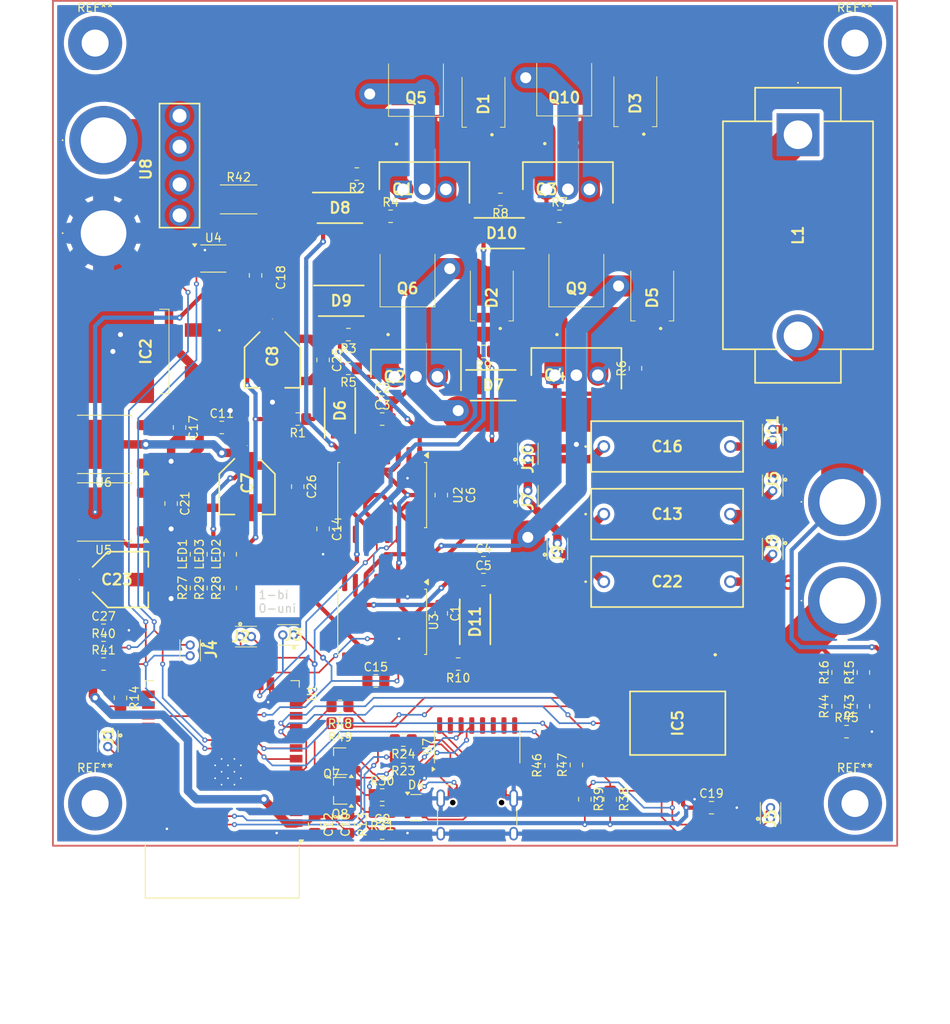
<source format=kicad_pcb>
(kicad_pcb (version 20240108) (generator "pcbnew") (generator_version "8.0")
  (layers (0 "F.Cu" signal) (31 "B.Cu" signal) (34 "B.Paste" user) (35 "F.Paste" user) (36 "B.SilkS" user "B.Silkscreen") (37 "F.SilkS" user "F.Silkscreen") (38 "B.Mask" user) (39 "F.Mask" user) (44 "Edge.Cuts" user))
  (net 0 "")
  (net 1 "+12V")
  (net 2 "GND")
  (net 3 "Out+")
  (net 4 "Net-(D6-K)")
  (net 5 "Net-(D11-K)")
  (net 6 "+5V")
  (net 7 "EN")
  (net 8 "+3.3V")
  (net 9 "SI1")
  (net 10 "SO1")
  (net 11 "/USB_Connector/D+")
  (net 12 "VUSB(5V)")
  (net 13 "/USB_Connector/D-")
  (net 14 "Net-(D6-A)")
  (net 15 "Net-(D7-K)")
  (net 16 "Net-(D7-A)")
  (net 17 "Net-(D8-K)")
  (net 18 "Net-(D8-A)")
  (net 19 "Net-(D9-A)")
  (net 20 "Net-(D9-K)")
  (net 21 "Net-(D10-A)")
  (net 22 "Net-(D10-K)")
  (net 23 "Net-(D11-A)")
  (net 24 "SI2")
  (net 25 "SDA2")
  (net 26 "SCL2")
  (net 27 "DIO_0")
  (net 28 "Net-(IC5-VINP)")
  (net 29 "DIO_1")
  (net 30 "TX0")
  (net 31 "RX0")
  (net 32 "SDA1")
  (net 33 "SCL1")
  (net 34 "Net-(LED1-K)")
  (net 35 "Net-(LED2-K)")
  (net 36 "Net-(LED3-K)")
  (net 39 "IO0")
  (net 40 "Net-(Q7-E)")
  (net 41 "Net-(Q7-B)")
  (net 42 "Net-(Q8-E)")
  (net 43 "Net-(Q8-B)")
  (net 44 "Io0")
  (net 45 "Net-(R15-Pad1)")
  (net 46 "Net-(R16-Pad1)")
  (net 47 "TX")
  (net 48 "RX")
  (net 49 "SCL2MC")
  (net 50 "SDA2MC")
  (net 51 "Net-(TP1-Pad1)")
  (net 54 "LIN2")
  (net 55 "HIN1")
  (net 62 "U0RTS")
  (net 65 "HIN2")
  (net 69 "LIN1")
  (net 75 "U0CTS")
  (net 87 "3V3")
  (net 95 "Cout-")
  (net 96 "Net-(C16-Pad2)")
  (net 97 "Net-(C16-Pad1)")
  (net 98 "Net-(C22-Pad1)")
  (net 99 "Net-(C22-Pad2)")
  (net 100 "Cout+")
  (net 101 "Net-(C13-Pad2)")
  (net 102 "Net-(C13-Pad1)")
  (footprint "SamacSys_Parts:3544-2" (layer "F.Cu") (at 65 69 90)
    (property "Reference" "U8")
    (property "Value" "3544-2" (hide yes))
  )
  (footprint "Resistor_SMD:R_0805_2012Metric_Pad1.20x1.40mm_HandSolder" (layer "F.Cu") (at 101 116)
    (property "Reference" "C4")
    (property "Value" "220 nF")
  )
  (footprint "Package_SO:VSSOP-10_3x3mm_P0.5mm" (layer "F.Cu") (at 69 80)
    (property "Reference" "U4")
    (property "Value" "INA228")
  )
  (footprint "Resistor_SMD:R_0805_2012Metric_Pad1.20x1.40mm_HandSolder" (layer "F.Cu") (at 113 144 -90)
    (property "Reference" "R39")
    (property "Value" "10k")
  )
  (footprint "Resistor_SMD:R_0805_2012Metric_Pad1.20x1.40mm_HandSolder" (layer "F.Cu") (at 96 108 -90)
    (property "Reference" "C6")
    (property "Value" "2.2 uF")
  )
  (footprint "Resistor_SMD:R_0805_2012Metric_Pad1.20x1.40mm_HandSolder" (layer "F.Cu") (at 83 147 -90)
    (property "Reference" "C10")
    (property "Value" "100 nF")
  )
  (footprint "Resistor_SMD:R_0805_2012Metric_Pad1.20x1.40mm_HandSolder" (layer "F.Cu") (at 84 133 180)
    (property "Reference" "R48")
    (property "Value" "0" (hide yes))
  )
  (footprint "SamacSys_Parts:TMS-102-YY-XX-S" (layer "F.Cu") (at 106.25 103.75 90)
    (property "Reference" "J10")
    (property "Value" "TMS-102-21-G-S" (hide yes))
  )
  (footprint "SamacSys_Parts:TMS-102-YY-XX-S" (layer "F.Cu") (at 135.25 100.23 -90)
    (property "Reference" "J11")
    (property "Value" "TMS-102-21-G-S" (hide yes))
  )
  (footprint "SamacSys_Parts:5754" (layer "F.Cu") (at 143.5 120.5)
    (property "Reference" "TP4")
    (property "Value" "575-4" (hide yes))
  )
  (footprint "Resistor_SMD:R_0805_2012Metric_Pad1.20x1.40mm_HandSolder" (layer "F.Cu") (at 85 93 180)
    (property "Reference" "R5")
    (property "Value" "10k")
  )
  (footprint "Resistor_SMD:R_0805_2012Metric_Pad1.20x1.40mm_HandSolder" (layer "F.Cu") (at 116 144 -90)
    (property "Reference" "R38")
    (property "Value" "10k")
  )
  (footprint "SamacSys_Parts:ACS37002LMCA050U5" (layer "F.Cu") (at 124 135 -90)
    (property "Reference" "IC5")
    (property "Value" "ACS37800KMACTR-030B3-I2C" (hide yes))
  )
  (footprint "Resistor_SMD:R_0805_2012Metric_Pad1.20x1.40mm_HandSolder" (layer "F.Cu") (at 56 126.05)
    (property "Reference" "R40")
    (property "Value" "10k")
  )
  (footprint "Resistor_SMD:R_0805_2012Metric_Pad1.20x1.40mm_HandSolder" (layer "F.Cu") (at 56 128)
    (property "Reference" "R41")
    (property "Value" "10k")
  )
  (footprint "SamacSys_Parts:TMS-102-YY-XX-S" (layer "F.Cu") (at 135 146.27 90)
    (property "Reference" "J5")
    (property "Value" "TMS-102-21-G-S" (hide yes))
  )
  (footprint "Resistor_SMD:R_0805_2012Metric_Pad1.20x1.40mm_HandSolder" (layer "F.Cu") (at 146 129 90)
    (property "Reference" "R15")
    (property "Value" "1M")
  )
  (footprint "Resistor_SMD:R_0805_2012Metric_Pad1.20x1.40mm_HandSolder" (layer "F.Cu") (at 65 100 -90)
    (property "Reference" "C17")
    (property "Value" "1µF")
  )
  (footprint "SamacSys_Parts:IPD90N10S4L06ATMA1" (layer "F.Cu") (at 93 55.45)
    (property "Reference" "Q5")
    (property "Value" "IPD90N10S4L06ATMA1" (hide yes))
  )
  (footprint "MountingHole:MountingHole_3.2mm_M3_Pad" (layer "F.Cu") (at 145 144.5)
    (property "Reference" "REF**")
    (property "Value" "MountingHole_3.2mm_M3_Pad")
  )
  (footprint "Resistor_SMD:R_0805_2012Metric_Pad1.20x1.40mm_HandSolder" (layer "F.Cu") (at 81 147 -90)
    (property "Reference" "C12")
    (property "Value" "1 µF")
  )
  (footprint "Connector_USB:USB_C_Receptacle_HCTL_HC-TYPE-C-16P-01A" (layer "F.Cu") (at 100.25 147)
    (property "Reference" "P1" (hide yes))
    (property "Value" "USB_C_Plug_USB2.0")
  )
  (footprint "Resistor_SMD:R_0805_2012Metric_Pad1.20x1.40mm_HandSolder" (layer "F.Cu") (at 103 73 180)
    (property "Reference" "R8")
    (property "Value" "10")
  )
  (footprint "Resistor_SMD:R_0805_2012Metric_Pad1.20x1.40mm_HandSolder" (layer "F.Cu") (at 89 99)
    (property "Reference" "C3")
    (property "Value" "22 nF")
  )
  (footprint "MountingHole:MountingHole_3.2mm_M3_Pad" (layer "F.Cu") (at 145 54.5)
    (property "Reference" "REF**")
    (property "Value" "MountingHole_3.2mm_M3_Pad")
  )
  (footprint "Resistor_SMD:R_0805_2012Metric_Pad1.20x1.40mm_HandSolder" (layer "F.Cu") (at 85 89 180)
    (property "Reference" "R3")
    (property "Value" "10")
  )
  (footprint "Resistor_SMD:R_0805_2012Metric_Pad1.20x1.40mm_HandSolder" (layer "F.Cu") (at 79 107 -90)
    (property "Reference" "C26")
    (property "Value" "1µF")
  )
  (footprint "Resistor_SMD:R_0805_2012Metric_Pad1.20x1.40mm_HandSolder" (layer "F.Cu") (at 82 112 -90)
    (property "Reference" "C14")
    (property "Value" "220nF")
  )
  (footprint "SamacSys_Parts:TMS-102-YY-XX-S" (layer "F.Cu") (at 135.25 106.23 -90)
    (property "Reference" "J6")
    (property "Value" "TMS-102-21-G-S" (hide yes))
  )
  (footprint "Resistor_SMD:R_0805_2012Metric_Pad1.20x1.40mm_HandSolder" (layer "F.Cu") (at 119 93 90)
    (property "Reference" "R6")
    (property "Value" "10k")
  )
  (footprint "MountingHole:MountingHole_3.2mm_M3_Pad" (layer "F.Cu") (at 55 144.5)
    (property "Reference" "REF**")
    (property "Value" "MountingHole_3.2mm_M3_Pad")
  )
  (footprint "SamacSys_Parts:IH15BQ5R0K" (layer "F.Cu") (at 138.25 65.35 -90)
    (property "Reference" "L1")
    (property "Value" "IH15BQ5R0K" (hide yes))
  )
  (footprint "Resistor_SMD:R_0805_2012Metric_Pad1.20x1.40mm_HandSolder" (layer "F.Cu") (at 90 75)
    (property "Reference" "R4")
    (property "Value" "10k")
  )
  (footprint "Resistor_SMD:R_0805_2012Metric_Pad1.20x1.40mm_HandSolder" (layer "F.Cu") (at 74 82 90)
    (property "Reference" "C18")
    (property "Value" "100 nF")
  )
  (footprint "Resistor_SMD:R_0805_2012Metric_Pad1.20x1.40mm_HandSolder" (layer "F.Cu") (at 109 140 90)
    (property "Reference" "R46")
    (property "Value" "0")
  )
  (footprint "Package_SO:SOIC-16W_7.5x10.3mm_P1.27mm" (layer "F.Cu") (at 89 108 -90)
    (property "Reference" "U2")
    (property "Value" "IR2110S")
  )
  (footprint "SamacSys_Parts:TO254P483X1016X1994-3P" (layer "F.Cu") (at 91.46 71.81)
    (property "Reference" "Q1")
    (property "Value" "IRLB4030PBF" (hide yes))
  )
  (footprint "Resistor_SMD:R_0805_2012Metric_Pad1.20x1.40mm_HandSolder" (layer "F.Cu") (at 89 143.5)
    (property "Reference" "R30")
    (property "Value" "10k")
  )
  (footprint "Resistor_SMD:R_0805_2012Metric_Pad1.20x1.40mm_HandSolder" (layer "F.Cu") (at 70 100)
    (property "Reference" "C11")
    (property "Value" "1µF")
  )
  (footprint "Resistor_SMD:R_0805_2012Metric_Pad1.20x1.40mm_HandSolder" (layer "F.Cu") (at 88.25 130)
    (property "Reference" "C15")
    (property "Value" "220nF")
  )
  (footprint "Resistor_SMD:R_0805_2012Metric_Pad1.20x1.40mm_HandSolder" (layer "F.Cu") (at 86 70 180)
    (property "Reference" "R2")
    (property "Value" "10")
  )
  (footprint "SamacSys_Parts:EEE1AA101SP" (layer "F.Cu") (at 73 107 -90)
    (property "Reference" "C7")
    (property "Value" "100uF" (hide yes))
  )
  (footprint "SamacSys_Parts:MKS4C042204C00KSSD" (layer "F.Cu") (at 115.25 102.25)
    (property "Reference" "C16")
    (property "Value" "MKS4C042204C00KSSD" (hide yes))
  )
  (footprint "Resistor_SMD:R_0805_2012Metric_Pad1.20x1.40mm_HandSolder" (layer "F.Cu") (at 110 75)
    (property "Reference" "R7")
    (property "Value" "10k")
  )
  (footprint "SamacSys_Parts:TMS-102-YY-XX-S" (layer "F.Cu") (at 106.25 108.75 90)
    (property "Reference" "J7")
    (property "Value" "TMS-102-21-G-S" (hide yes))
  )
  (footprint "Resistor_SMD:R_0805_2012Metric_Pad1.20x1.40mm_HandSolder" (layer "F.Cu") (at 58 132 -90)
    (property "Reference" "R14")
    (property "Value" "5k")
  )
  (footprint "Resistor_SMD:R_0805_2012Metric_Pad1.20x1.40mm_HandSolder" (layer "F.Cu") (at 82 92 -90)
    (property "Reference" "C25")
    (property "Value" "1µF")
  )
  (footprint "SamacSys_Parts:TO254P483X1016X1994-3P" (layer "F.Cu") (at 108.46 71.81)
    (property "Reference" "Q3")
    (property "Value" "IRLB4030PBF" (hide yes))
  )
  (footprint "RF_Module:ESP32-WROOM-32" (layer "F.Cu") (at 70.0575 139.84 180)
    (property "Reference" "U1")
    (property "Value" "ESP32-WROOM-32")
  )
  (footprint "SamacSys_Parts:TMS-102-YY-XX-S" (layer "F.Cu") (at 109.75 115 90)
    (property "Reference" "J9")
    (property "Value" "TMS-102-21-G-S" (hide yes))
  )
  (footprint "Resistor_SMD:R_0805_2012Metric_Pad1.20x1.40mm_HandSolder" (layer "F.Cu") (at 112 139.95 90)
    (property "Reference" "R47")
    (property "Value" "0")
  )
  (footprint "SamacSys_Parts:DIOM5336X265N" (layer "F.Cu") (at 103.15 77)
    (property "Reference" "D10")
    (property "Value" "S210" (hide yes))
  )
  (footprint "SamacSys_Parts:FSV2060L" (layer "F.Cu") (at 101 62 -90)
    (property "Reference" "D1")
    (property "Value" "FSV2060L" (hide yes))
  )
  (footprint "SamacSys_Parts:FSV2060L" (layer "F.Cu") (at 118.985 61.93 -90)
    (property "Reference" "D3")
    (property "Value" "FSV2060L" (hide yes))
  )
  (footprint "Package_SO:SOIC-16_3.9x9.9mm_P1.27mm" (layer "F.Cu") (at 100.25 137.745 90)
    (property "Reference" "U7")
    (property "Value" "CH340G")
  )
  (footprint "Package_TO_SOT_SMD:SOT-23_Handsoldering" (layer "F.Cu") (at 84 143 180)
    (property "Reference" "Q8")
    (property "Value" "BC817")
  )
  (footprint "SamacSys_Parts:TO254P483X1016X1994-3P" (layer "F.Cu") (at 90.46 94)
    (property "Reference" "Q2")
    (property "Value" "IRLB4030PBF" (hide yes))
  )
  (footprint "Resistor_SMD:R_0805_2012Metric_Pad1.20x1.40mm_HandSolder" (layer "F.Cu") (at 71 115 90)
    (property "Reference" "LED2")
    (property "Value" "TLMG1100-GS15-2")
  )
  (footprint "SamacSys_Parts:L7812ABD2TTR" (layer "F.Cu") (at 67.375 91 90)
    (property "Reference" "IC2")
    (property "Value" "L7812ABD2T-TR" (hide yes))
  )
  (footprint "Package_TO_SOT_SMD:TO-252-2" (layer "F.Cu") (at 56 110 180)
    (property "Reference" "U5")
    (property "Value" "LD1086DT33TR")
  )
  (footprint "Resistor_SMD:R_0805_2012Metric_Pad1.20x1.40mm_HandSolder" (layer "F.Cu") (at 69 119 90)
    (property "Reference" "R29")
    (property "Value" "330")
  )
  (footprint "SamacSys_Parts:TMS-102-YY-XX-S" (layer "F.Cu") (at 66.25 125.75 -90)
    (property "Reference" "J4")
    (property "Value" "TMS-102-21-G-S" (hide yes))
  )
  (footprint "Resistor_SMD:R_0805_2012Metric_Pad1.20x1.40mm_HandSolder" (layer "F.Cu") (at 71 119 90)
    (property "Reference" "R28")
    (property "Value" "1k")
  )
  (footprint "SamacSys_Parts:IPD90N10S4L06ATMA1" (layer "F.Cu") (at 112 78)
    (property "Reference" "Q9")
    (property "Value" "IPD90N10S4L06ATMA1" (hide yes))
  )
  (footprint "Resistor_SMD:R_0805_2012Metric_Pad1.20x1.40mm_HandSolder" (layer "F.Cu") (at 67 119 90)
    (property "Reference" "R27")
    (property "Value" "100")
  )
  (footprint "Package_TO_SOT_SMD:SOT-23_Handsoldering" (layer "F.Cu") (at 84 139.5 180)
    (property "Reference" "Q7")
    (property "Value" "BC817")
  )
  (footprint "SamacSys_Parts:TO254P483X1016X1994-3P" (layer "F.Cu") (at 109.46 93.81)
    (property "Reference" "Q4")
    (property "Value" "IRLB4030PBF" (hide yes))
  )
  (footprint "Resistor_SMD:R_0805_2012Metric_Pad1.20x1.40mm_HandSolder" (layer "F.Cu") (at 143 129 90)
    (property "Reference" "R16")
    (property "Value" "1M")
  )
  (footprint "Resistor_SMD:R_0805_2012Metric_Pad1.20x1.40mm_HandSolder" (layer "F.Cu") (at 69 115 90)
    (property "Reference" "LED3")
    (property "Value" "TLMG1100-GS15-3")
  )
  (footprint "Package_SO:SOIC-16W_7.5x10.3mm_P1.27mm" (layer "F.Cu") (at 89 123 -90)
    (property "Reference" "U3")
    (property "Value" "IR2110S")
  )
  (footprint "SamacSys_Parts:TMS-102-YY-XX-S" (layer "F.Cu") (at 56.5 136.5 -90)
    (property "Reference" "J1")
    (property "Value" "TMS-102-21-G-S" (hide yes))
  )
  (footprint "SamacSys_Parts:DIOM5336X265N" (layer "F.Cu") (at 102.15 95)
    (property "Reference" "D7")
    (property "Value" "S210" (hide yes))
  )
  (footprint "Resistor_SMD:R_0805_2012Metric_Pad1.20x1.40mm_HandSolder" (layer "F.Cu") (at 101 91 180)
    (property "Reference" "R9")
    (property "Value" "10")
  )
  (footprint "Resistor_SMD:R_0805_2012Metric_Pad1.20x1.40mm_HandSolder" (layer "F.Cu") (at 98 128 180)
    (property "Reference" "R10")
    (property "Value" "2.2")
  )
  (footprint "Resistor_SMD:R_0805_2012Metric_Pad1.20x1.40mm_HandSolder" (layer "F.Cu") (at 89 148)
    (property "Reference" "C9")
    (property "Value" "1 nF")
  )
  (footprint "MountingHole:MountingHole_3.2mm_M3_Pad" (layer "F.Cu") (at 55 54.5)
    (property "Reference" "REF**")
    (property "Value" "MountingHole_3.2mm_M3_Pad")
  )
  (footprint "SamacSys_Parts:5754" (layer "F.Cu") (at 56 66)
    (property "Reference" "TP1")
    (property "Value" "575-4" (hide yes))
  )
  (footprint "Resistor_SMD:R_0805_2012Metric_Pad1.20x1.40mm_HandSolder" (layer "F.Cu") (at 56 124)
    (property "Reference" "C27")
    (property "Value" "1µF")
  )
  (footprint "SamacSys_Parts:FSV2060L" (layer "F.Cu") (at 101.985 84.93 -90)
    (property "Reference" "D2")
    (property "Value" "FSV2060L" (hide yes))
  )
  (footprint "Resistor_SMD:R_0805_2012Metric_Pad1.20x1.40mm_HandSolder" (layer "F.Cu") (at 96 122 -90)
    (property "Reference" "C1")
    (property "Value" "2.2 uF")
  )
  (footprint "SamacSys_Parts:TMS-102-YY-XX-S" (layer "F.Cu") (at 72.23 124.75)
    (property "Reference" "J2")
    (property "Value" "TMS-102-21-G-S" (hide yes))
  )
  (footprint "Package_TO_SOT_SMD:TO-252-2" (layer "F.Cu") (at 56 102 180)
    (property "Reference" "U6")
    (property "Value" "LD1086DT50TR")
  )
  (footprint "Resistor_SMD:R_0805_2012Metric_Pad1.20x1.40mm_HandSolder" (layer "F.Cu") (at 89 145.5 180)
    (property "Reference" "R31")
    (property "Value" "10k")
  )
  (footprint "Capacitor_SMD:C_0805_2012Metric" (layer "F.Cu") (at 128 145)
    (property "Reference" "C19")
    (property "Value" "100 nF")
  )
  (footprint "SamacSys_Parts:IPD90N10S4L06ATMA1" (layer "F.Cu") (at 110.56 55.4)
    (property "Reference" "Q10")
    (property "Value" "IPD90N10S4L06ATMA1" (hide yes))
  )
  (footprint "Resistor_SMD:R_0805_2012Metric_Pad1.20x1.40mm_HandSolder" (layer "F.Cu") (at 89 97)
    (property "Reference" "C2")
    (property "Value" "220 nF")
  )
  (footprint "SamacSys_Parts:EEE1AA101SP" (layer "F.Cu") (at 76 92 -90)
    (property "Reference" "C8")
    (property "Value" "100uF" (hide yes))
  )
  (footprint "SamacSys_Parts:EEE1AA101SP" (layer "F.Cu") (at 58 118)
    (property "Reference" "C23")
    (property "Value" "100uF" (hide yes))
  )
  (footprint "Resistor_SMD:R_0805_2012Metric_Pad1.20x1.40mm_HandSolder" (layer "F.Cu") (at 143 133 90)
    (property "Reference" "R44")
    (property "Value" "1M")
  )
  (footprint "SamacSys_Parts:TMS-102-YY-XX-S" (layer "F.Cu") (at 135.25 113.73 -90)
    (property "Reference" "J8")
    (property "Value" "TMS-102-21-G-S" (hide yes))
  )
  (footprint "Resistor_SMD:R_0805_2012Metric_Pad1.20x1.40mm_HandSolder" (layer "F.Cu") (at 67 115 90)
    (property "Reference" "LED1")
    (property "Value" "TLMG1100-GS15-1")
  )
  (footprint "SamacSys_Parts:5754" (layer "F.Cu") (at 143.5 108.8)
    (property "Reference" "TP3")
    (property "Value" "575-4" (hide yes))
  )
  (footprint "Resistor_SMD:R_0805_2012Metric_Pad1.20x1.40mm_HandSolder" (layer "F.Cu") (at 91.5 137 180)
    (property "Reference" "R24")
    (property "Value" "0")
  )
  (footprint "Resistor_SMD:R_0805_2012Metric_Pad1.20x1.40mm_HandSolder" (layer "F.Cu") (at 85 147 -90)
    (property "Reference" "R13")
    (property "Value" "12k")
  )
  (footprint "SamacSys_Parts:DIOM5336X265N" (layer "F.Cu") (at 84 98 90)
    (property "Reference" "D6")
    (property "Value" "S210" (hide yes))
  )
  (footprint "SamacSys_Parts:IPD90N10S4L06ATMA1" (layer "F.Cu") (at 92 78)
    (property "Reference" "Q6")
    (property "Value" "IPD90N10S4L06ATMA1" (hide yes))
  )
  (footprint "SamacSys_Parts:5754" (layer "F.Cu") (at 56 77)
    (property "Reference" "TP2")
    (property "Value" "575-4" (hide yes))
  )
  (footprint "Resistor_SMD:R_0805_2012Metric_Pad1.20x1.40mm_HandSolder" (layer "F.Cu") (at 84 135 180)
    (property "Reference" "R49")
    (property "Value" "0")
  )
  (footprint "Resistor_SMD:R_0805_2012Metric_Pad1.20x1.40mm_HandSolder" (layer "F.Cu") (at 101 118)
    (property "Reference" "C5")
    (property "Value" "22 nF")
  )
  (footprint "SamacSys_Parts:MKS4C042204C00KSSD" (layer "F.Cu") (at 115.25 118.25)
    (property "Reference" "C22")
    (property "Value" "MKS4C042204C00KSSD" (hide yes))
  )
  (footprint "SamacSys_Parts:MKS4C042204C00KSSD" (layer "F.Cu") (at 115.25 110.25)
    (property "Reference" "C13")
    (property "Value" "MKS4C042204C00KSSD" (hide yes))
  )
  (footprint "Resistor_SMD:R_2512_6332Metric_Pad1.40x3.35mm_HandSolder" (layer "F.Cu") (at 72 73)
    (property "Reference" "R42")
    (property "Value" "GMR100HTBFER015")
  )
  (footprint "Resistor_SMD:R_0805_2012Metric_Pad1.20x1.40mm_HandSolder" (layer "F.Cu") (at 79 99 180)
    (property "Reference" "R1")
    (property "Value" "2.2")
  )
  (footprint "SamacSys_Parts:DIOM5336X265N" (layer "F.Cu") (at 84 74)
    (property "Reference" "D8")
    (property "Value" "S210" (hide yes))
  )
  (footprint "Resistor_SMD:R_0805_2012Metric_Pad1.20x1.40mm_HandSolder" (layer "F.Cu") (at 146 133 90)
    (property "Reference" "R43")
    (property "Value" "1M")
  )
  (footprint "SamacSys_Parts:TMS-102-YY-XX-S" (layer "F.Cu") (at 78.5 124.55 180)
    (property "Reference" "J3")
    (property "Value" "TMS-102-21-G-S" (hide yes))
  )
  (footprint "SamacSys_Parts:DIOM5336X265N" (layer "F.Cu") (at 100 123 -90)
    (property "Reference" "D11")
    (property "Value" "S210" (hide yes))
  )
  (footprint "SamacSys_Parts:FSV2060L" (layer "F.Cu") (at 120.985 84.93 -90)
    (property "Reference" "D5")
    (property "Value" "FSV2060L" (hide yes))
  )
  (footprint "Resistor_SMD:R_0805_2012Metric_Pad1.20x1.40mm_HandSolder" (layer "F.Cu") (at 144 136)
    (property "Reference" "R45")
    (property "Value" "40k")
  )
  (footprint "Resistor_SMD:R_0805_2012Metric_Pad1.20x1.40mm_HandSolder" (layer "F.Cu") (at 91.5 139 180)
    (property "Reference" "R23")
    (property "Value" "0")
  )
  (footprint "Resistor_SMD:R_0805_2012Metric_Pad1.20x1.40mm_HandSolder" (layer "F.Cu") (at 64 109 -90)
    (property "Reference" "C21")
    (property "Value" "1µF")
  )
  (footprint "SamacSys_Parts:DIOM5336X265N" (layer "F.Cu") (at 84.15 85)
    (property "Reference" "D9")
    (property "Value" "S210" (hide yes))
  )
  (footprint "Package_TO_SOT_SMD:SOT-143" (layer "F.Cu") (at 93 145)
    (property "Reference" "D4")
    (property "Value" "SP0503BAHT")
  )
  (gr_rect (start 50 49.5) (end 150 149.5) (stroke (width 0.2)) (fill none) (layer "F.Cu") (net 2))
  (gr_line (start 50 49.5) (end 150 49.5) (stroke (width 0.05)) (layer "Edge.Cuts"))
  (gr_line (start 150 149.5) (end 50 149.5) (stroke (width 0.05)) (layer "Edge.Cuts"))
  (gr_line (start 150 49.5) (end 150 149.5) (stroke (width 0.05)) (layer "Edge.Cuts"))
  (gr_line (start 50 149.5) (end 50 49.5) (stroke (width 0.05)) (layer "Edge.Cuts"))
  (gr_text "3,3V" (at 65 123 0) (layer "F.Cu") (effects (font (size 1 0.8) (thickness 0.2) (bold yes)) (justify left bottom)))
  (gr_text "4.4" (at 133.75 111.5 0) (layer "F.Cu") (effects (font (size 1.5 1.5) (thickness 0.3) (bold yes)) (justify left bottom)))
  (gr_text "5V" (at 68 123 0) (layer "F.Cu") (effects (font (size 1 0.8) (thickness 0.2) (bold yes)) (justify left bottom)))
  (gr_text "2.2" (at 133.5 98 0) (layer "F.Cu") (effects (font (size 1.5 1.5) (thickness 0.3) (bold yes)) (justify left bottom)))
  (gr_text "0-6.6µF" (at 118.75 124.5 0) (layer "F.Cu") (effects (font (size 1.5 1.5) (thickness 0.3) (bold yes)) (justify left bottom)))
  (gr_text "12V" (at 70 123 0) (layer "F.Cu") (effects (font (size 1 0.8) (thickness 0.2) (bold yes)) (justify left bottom)))
  (gr_text "TX0" (at 52 139 0) (layer "F.Cu") (effects (font (size 1 1) (thickness 0.2) (bold yes)) (justify left bottom)))
  (gr_text "RX0" (at 52 137 0) (layer "F.Cu") (effects (font (size 1 1) (thickness 0.2) (bold yes)) (justify left bottom)))
  (gr_text "6.6" (at 134 119.25 0) (layer "F.Cu") (effects (font (size 1.5 1.5) (thickness 0.3) (bold yes)) (justify left bottom)))
  (gr_text "1-bi\n0-uni" (at 74.25 122 0) (layer "Edge.Cuts") (effects (font (size 1 1)) (justify left bottom)))
  (via (at 145 144.5) (size 0.7) (drill 0.3) (layers "F.Cu" "B.Cu") (net 0))
  (segment (start 93 108) (end 92 108) (width 0.5) (layer "F.Cu") (net 1))
  (segment (start 73 92.5) (end 76 89.5) (width 0.5) (layer "F.Cu") (net 1))
  (segment (start 97.15 127.85) (end 97 128) (width 0.5) (layer "F.Cu") (net 1))
  (segment (start 94 107) (end 93 108) (width 0.5) (layer "F.Cu") (net 1))
  (segment (start 92 108) (end 89 105) (width 0.5) (layer "F.Cu") (net 1))
  (segment (start 84 105) (end 89 105) (width 0.5) (layer "F.Cu") (net 1))
  (segment (start 94 121) (end 93 122) (width 0.5) (layer "F.Cu") (net 1))
  (segment (start 73 95) (end 73 92.5) (width 0.5) (layer "F.Cu") (net 1))
  (segment (start 96 121) (end 94 121) (width 0.5) (layer "F.Cu") (net 1))
  (segment (start 90.279999 105) (end 90.905 104.374999) (width 0.5) (layer "F.Cu") (net 1))
  (segment (start 78 99) (end 74 99) (width 0.5) (layer "F.Cu") (net 1))
  (segment (start 90.905 104.374999) (end 90.905 103.35) (width 0.5) (layer "F.Cu") (net 1))
  (segment (start 92 122) (end 90.905 120.905) (width 0.5) (layer "F.Cu") (net 1))
  (segment (start 90.905 118.35) (end 90.905 116.095) (width 0.5) (layer "F.Cu") (net 1))
  (segment (start 97.15 122.15) (end 97.15 127.85) (width 0.5) (layer "F.Cu") (net 1))
  (segment (start 74.96 88.46) (end 76 89.5) (width 1) (layer "F.Cu") (net 1))
  (segment (start 96 107) (end 94 107) (width 0.5) (layer "F.Cu") (net 1))
  (segment (start 67.375 88.46) (end 74.96 88.46) (width 1) (layer "F.Cu") (net 1))
  (segment (start 90.905 116.095) (end 91 116) (width 0.5) (layer "F.Cu") (net 1))
  (segment (start 73 114) (end 74 113) (width 0.5) (layer "F.Cu") (net 1))
  (segment (start 93 122) (end 92 122) (width 0.5) (layer "F.Cu") (net 1))
  (segment (start 78 99) (end 84 105) (width 0.5) (layer "F.Cu") (net 1))
  (segment (start 96 121) (end 97.15 122.15) (width 0.5) (layer "F.Cu") (net 1))
  (segment (start 90.905 120.905) (end 90.905 118.35) (width 0.5) (layer "F.Cu") (net 1))
  (segment (start 76 89.5) (end 80.5 89.5) (width 1) (layer "F.Cu") (net 1))
  (segment (start 89 105) (end 90.279999 105) (width 0.5) (layer "F.Cu") (net 1))
  (segment (start 80.5 89.5) (end 82 91) (width 1) (layer "F.Cu") (net 1))
  (segment (start 71 114) (end 73 114) (width 0.5) (layer "F.Cu") (net 1))
  (via (at 92 108) (size 0.7) (drill 0.3) (layers "F.Cu" "B.Cu") (net 1))
  (via (at 74 99) (size 0.7) (drill 0.3) (layers "F.Cu" "B.Cu") (net 1))
  (via (at 73 95) (size 0.7) (drill 0.3) (layers "F.Cu" "B.Cu") (net 1))
  (via (at 73 95) (size 0.7) (drill 0.3) (layers "F.Cu" "B.Cu") (net 1))
  (via (at 74 113) (size 0.7) (drill 0.3) (layers "F.Cu" "B.Cu") (net 1))
  (via (at 91 116) (size 0.7) (drill 0.3) (layers "F.Cu" "B.Cu") (net 1))
  (segment (start 74 96) (end 73 95) (width 0.5) (layer "B.Cu") (net 1))
  (segment (start 91 109) (end 92 108) (width 0.5) (layer "B.Cu") (net 1))
  (segment (start 74 113) (end 74 96) (width 0.5) (layer "B.Cu") (net 1))
  (segment (start 91 116) (end 91 109) (width 0.5) (layer "B.Cu") (net 1))
  (segment (start 114.54 87.76) (end 114.54 93.81) (width 2.5) (layer "F.Cu") (net 2))
  (segment (start 69.5 80.5) (end 68 79) (width 0.2) (layer "F.Cu") (net 2))
  (segment (start 61.04 104.28) (end 63.72 104.28) (width 1) (layer "F.Cu") (net 2))
  (segment (start 89.635 127.65) (end 89.635 126.365) (width 0.5) (layer "F.Cu") (net 2))
  (segment (start 71 100) (end 71 98) (width 1) (layer "F.Cu") (net 2))
  (segment (start 92 144.25) (end 92 143.5) (width 0.2) (layer "F.Cu") (net 2))
  (segment (start 78.75 148.135) (end 80.865 148.135) (width 0.5) (layer "F.Cu") (net 2))
  (segment (start 96 123) (end 93 123) (width 0.5) (layer "F.Cu") (net 2))
  (segment (start 126 144) (end 127.175 142.825) (width 0.5) (layer "F.Cu") (net 2))
  (segment (start 88 111) (end 87 110) (width 0.5) (layer "F.Cu") (net 2))
  (segment (start 94.2 141.3) (end 94 141.5) (width 0.2) (layer "F.Cu") (net 2))
  (segment (start 93 123) (end 92 124) (width 0.5) (layer "F.Cu") (net 2))
  (segment (start 71.2 80.5) (end 73.5 80.5) (width 0.2) (layer "F.Cu") (net 2))
  (segment (start 91 110) (end 92.175 111.175) (width 0.5) (layer "F.Cu") (net 2))
  (segment (start 87 110) (end 87 109) (width 0.5) (layer "F.Cu") (net 2))
  (segment (start 87 109) (end 88 108) (width 0.5) (layer "F.Cu") (net 2))
  (segment (start 67 120) (end 69 120) (width 0.5) (layer "F.Cu") (net 2))
  (segment (start 119 92) (end 119 89) (width 0.5) (layer "F.Cu") (net 2))
  (segment (start 94.28 87.5) (end 95.54 88.76) (width 2.5) (layer "F.Cu") (net 2))
  (segment (start 57.1 89.9) (end 58 89) (width 1) (layer "F.Cu") (net 2))
  (segment (start 95.805 141.3) (end 94.2 141.3) (width 0.2) (layer "F.Cu") (net 2))
  (segment (start 145 136) (end 147 136) (width 0.2) (layer "F.Cu") (net 2))
  (segment (start 77.5 109.5) (end 79 108) (width 1) (layer "F.Cu") (net 2))
  (segment (start 103.93 143.5) (end 104.57 144.14) (width 0.2) (layer "F.Cu") (net 2))
  (segment (start 64 102) (end 65 101) (width 1) (layer "F.Cu") (net 2))
  (segment (start 83 148) (end 81 148) (width 0.5) (layer "F.Cu") (net 2))
  (segment (start 92.175 105.825) (end 92 106) (width 0.5) (layer "F.Cu") (net 2))
  (segment (start 57.1 91) (end 57.1 89.9) (width 1) (layer "F.Cu") (net 2))
  (segment (start 84 93) (end 82 93) (width 0.5) (layer "F.Cu") (net 2))
  (segment (start 62.865 148.135) (end 63.5 147.5) (width 0.2) (layer "F.Cu") (net 2))
  (segment (start 76 94.5) (end 76 97) (width 1) (layer "F.Cu") (net 2))
  (segment (start 114.28 87.5) (end 114.78 87) (width 2.5) (layer "F.Cu") (net 2))
  (segment (start 119 89) (end 117 87) (width 0.5) (layer "F.Cu") (net 2))
  (segment (start 71 120) (end 69 120) (width 0.5) (layer "F.Cu") (net 2))
  (segment (start 125.905 143.905) (end 126 144) (width 0.5) (layer "F.Cu") (net 2))
  (segment (start 66.8 79) (end 68 79) (width 0.5) (layer "F.Cu") (net 2))
  (segment (start 92.175 126.175) (end 91 125) (width 0.5) (layer "F.Cu") (net 2))
  (segment (start 89.635 111.635) (end 89 111) (width 0.5) (layer "F.Cu") (net 2))
  (segment (start 63.72 104.28) (end 64 104) (width 1) (layer "F.Cu") (net 2))
  (segment (start 82 113) (end 82 115) (width 0.5) (layer "F.Cu") (net 2))
  (segment (start 67 110) (end 64 110) (width 1) (layer "F.Cu") (net 2))
  (segment (start 75.71 130.375) (end 75.71 132.29) (width 0.2) (layer "F.Cu") (net 2))
  (segment (start 103.45 143.5) (end 103.93 143.5) (width 0.2) (layer "F.Cu") (net 2))
  (segment (start 61.25 148.135) (end 62.865 148.135) (width 0.2) (layer "F.Cu") (net 2))
  (segment (start 73.5 80.5) (end 74 81) (width 0.2) (layer "F.Cu") (net 2))
  (segment (start 66.8 79) (end 66.8 79.5) (width 0.2) (layer "F.Cu") (net 2))
  (segment (start 61.04 112.28) (end 63.72 112.28) (width 1) (layer "F.Cu") (net 2))
  (segment (start 89.635 129.615) (end 89.25 130) (width 0.5) (layer "F.Cu") (net 2))
  (segment (start 146 135) (end 145 136) (width 0.2) (layer "F.Cu") (net 2))
  (segment (start 61.75 118) (end 60.5 118) (width 1) (layer "F.Cu") (net 2))
  (segment (start 92.175 118.35) (end 92.175 119.825) (width 0.5) (layer "F.Cu") (net 2))
  (segment (start 92 109) (end 91 110) (width 0.5) (layer "F.Cu") (net 2))
  (segment (start 92.175 119.825) (end 92 120) (width 0.5) (layer "F.Cu") (net 2))
  (segment (start 71.2 80.5) (end 69.5 80.5) (width 0.2) (layer "F.Cu") (net 2))
  (segment (start 97.05 143.255) (end 97.05 142.545) (width 0.2) (layer "F.Cu") (net 2))
  (segment (start 95.805 141.3) (end 95.805 140.22) (width 0.2) (layer "F.Cu") (net 2))
  (segment (start 76.635 148.135) (end 76.5 148) (width 0.5) (layer "F.Cu") (net 2))
  (segment (start 95.54 88.76) (end 95.54 94) (width 2.5) (layer "F.Cu") (net 2))
  (segment (start 89.635 112.65) (end 89.635 111.635) (width 0.5) (layer "F.Cu") (net 2))
  (segment (start 94.28 87.5) (end 94.78 87) (width 2.5) (layer "F.Cu") (net 2))
  (segment (start 64 120.25) (end 61.75 118) (width 1) (layer "F.Cu") (net 2))
  (segment (start 80.865 148.135) (end 81 148) (width 0.5) (layer "F.Cu") (net 2))
  (segment (start 64 120.25) (end 64.25 120) (width 0.5) (layer "F.Cu") (net 2))
  (segment (start 97.05 142.545) (end 95.805 141.3) (width 0.2) (layer "F.Cu") (net 2))
  (segment (start 114.78 87) (end 117 87) (width 2.5) (layer "F.Cu") (net 2))
  (segment (start 89 111) (end 88 111) (width 0.5) (layer "F.Cu") (net 2))
  (segment (start 94.78 87) (end 97 87) (width 2.5) (layer "F.Cu") (net 2))
  (segment (start 89 108) (end 90 109) (width 0.5) (layer "F.Cu") (net 2))
  (segment (start 90 109) (end 91 110) (width 0.5) (layer "F.Cu") (net 2))
  (segment (start 57 124) (end 59 124) (width 0.5) (layer "F.Cu") (net 2))
  (segment (start 92.175 103.35) (end 92.175 105.825) (width 0.5) (layer "F.Cu") (net 2))
  (segment (start 128.95 145) (end 131 145) (width 0.5) (layer "F.Cu") (net 2))
  (segment (start 146 134) (end 146 135) (width 0.2) (layer "F.Cu") (net 2))
  (segment (start 76 94.5) (end 80.5 94.5) (width 1) (layer "F.Cu") (net 2))
  (segment (start 96 109) (end 92 109) (width 0.5) (layer "F.Cu") (net 2))
  (segment (start 64 104) (end 64 102) (width 1) (layer "F.Cu") (net 2))
  (segment (start 125.905 140.943) (end 125.905 143.905) (width 0.5) (layer "F.Cu") (net 2))
  (segment (start 78.75 148.135) (end 76.635 148.135) (width 0.5) (layer "F.Cu") (net 2))
  (segment (start 63.72 112.28) (end 64 112) (width 1) (layer "F.Cu") (net 2))
  (segment (start 89.635 126.365) (end 91 125) (width 0.5) (layer "F.Cu") (net 2))
  (segment (start 75.71 132.29) (end 75.5 132.5) (width 0.2) (layer "F.Cu") (net 2))
  (segment (start 101 87) (end 97 87) (width 1) (layer "F.Cu") (net 2))
  (segment (start 64 110) (end 64 112) (width 1) (layer "F.Cu") (net 2))
  (segment (start 73 109.5) (end 67.5 109.5) (width 1) (layer "F.Cu") (net 2))
  (segment (start 67.5 109.5) (end 67 110) (width 1) (layer "F.Cu") (net 2))
  (segment (start 90 148) (end 92 148) (width 0.2) (layer "F.Cu") (net 2))
  (segment (start 92 143.5) (end 94 141.5) (width 0.2) (layer "F.Cu") (net 2))
  (segment (start 127.175 142.825) (end 127.175 140.943) (width 0.5) (layer "F.Cu") (net 2))
  (segment (start 114.28 87.5) (end 114.54 87.76) (width 2.5) (layer "F.Cu") (net 2))
  (segment (start 92 124) (end 91 125) (width 0.5) (layer "F.Cu") (net 2))
  (segment (start 80.5 94.5) (end 82 93) (width 1) (layer "F.Cu") (net 2))
  (segment (start 88 108) (end 89 108) (width 0.5) (layer "F.Cu") (net 2))
  (segment (start 89.635 127.65) (end 89.635 129.615) (width 0.5) (layer "F.Cu") (net 2))
  (segment (start 58 79) (end 56 77) (width 2.5) (layer "F.Cu") (net 2))
  (segment (start 92.175 111.175) (end 92.175 112.65) (width 0.5) (layer "F.Cu") (net 2))
  (segment (start 73 109.5) (end 77.5 109.5) (width 1) (layer "F.Cu") (net 2))
  (segment (start 58 89) (end 58 79) (width 2.5) (layer "F.Cu") (net 2))
  (segment (start 64.25 120) (end 67 120) (width 0.5) (layer "F.Cu") (net 2))
  (segment (start 92.175 127.65) (end 92.175 126.175) (width 0.5) (layer "F.Cu") (net 2))
  (segment (start 102.97 87) (end 101 87) (width 1) (layer "F.Cu") (net 2))
  (via (at 75.5 132.5) (size 0.6) (drill 0.3) (layers "F.Cu" "B.Cu") (net 2))
  (via (at 92 106) (size 0.7) (drill 0.3) (layers "F.Cu" "B.Cu") (net 2))
  (via (at 131 145) (size 0.7) (drill 0.3) (layers "F.Cu" "B.Cu") (net 2))
  (via (at 126 144) (size 0.7) (drill 0.3) (layers "F.Cu" "B.Cu") (net 2))
  (via (at 64 104) (size 1.2) (drill 0.6) (layers "F.Cu" "B.Cu") (net 2))
  (via (at 91 125) (size 0.7) (drill 0.3) (layers "F.Cu" "B.Cu") (net 2))
  (via (at 68 79) (size 0.7) (drill 0.3) (layers "F.Cu" "B.Cu") (net 2))
  (via (at 92 148) (size 0.6) (drill 0.3) (layers "F.Cu" "B.Cu") (net 2))
  (via (at 63.5 147.5) (size 0.6) (drill 0.3) (layers "F.Cu" "B.Cu") (net 2))
  (via (at 76.5 148) (size 0.7) (drill 0.3) (layers "F.Cu" "B.Cu") (net 2))
  (via (at 82 115) (size 0.7) (drill 0.3) (layers "F.Cu" "B.Cu") (net 2))
  (via (at 76 97) (size 1.2) (drill 0.6) (layers "F.Cu" "B.Cu") (net 2))
  (via (at 59 124) (size 0.7) (drill 0.3) (layers "F.Cu" "B.Cu") (net 2))
  (via (at 57.1 91) (size 1.2) (drill 0.6) (layers "F.Cu" "B.Cu") (net 2))
  (via (at 94 141.5) (size 0.6) (drill 0.3) (layers "F.Cu" "B.Cu") (net 2))
  (via (at 64 120.25) (size 1.2) (drill 0.6) (layers "F.Cu" "B.Cu") (net 2))
  (via (at 147 136) (size 0.6) (drill 0.3) (layers "F.Cu" "B.Cu") (net 2))
  (via (at 71 98) (size 1.2) (drill 0.6) (layers "F.Cu" "B.Cu") (net 2))
  (via (at 58 89) (size 1.2) (drill 0.6) (layers "F.Cu" "B.Cu") (net 2))
  (via (at 90 109) (size 0.7) (drill 0.3) (layers "F.Cu" "B.Cu") (net 2))
  (via (at 64 112) (size 1.2) (drill 0.6) (layers "F.Cu" "B.Cu") (net 2))
  (via (at 92 120) (size 0.7) (drill 0.3) (layers "F.Cu" "B.Cu") (net 2))
  (segment (start 61 77) (end 56 77) (width 2.5) (layer "B.Cu") (net 2))
  (segment (start 56 82) (end 56 77) (width 2.5) (layer "B.Cu") (net 2))
  (segment (start 52 81) (end 56 77) (width 2.5) (layer "B.Cu") (net 2))
  (segment (start 52 77) (end 56 77) (width 2.5) (layer "B.Cu") (net 2))
  (segment (start 60.5 81.5) (end 56 77) (width 2.5) (layer "B.Cu") (net 2))
  (segment (start 52 73) (end 56 77) (width 2.5) (layer "B.Cu") (net 2))
  (segment (start 56 72.5) (end 56 77) (width 2.5) (layer "B.Cu") (net 2))
  (segment (start 60 73) (end 56 77) (width 2.5) (layer "B.Cu") (net 2))
  (segment (start 90 97) (end 90 99) (width 0.5) (layer "F.Cu") (net 3))
  (segment (start 124.5 98.5) (end 128.75 94.25) (width 4) (layer "F.Cu") (net 3))
  (segment (start 90 97) (end 90.6 97) (width 0.5) (layer "F.Cu") (net 3))
  (segment (start 91 75) (end 94.88 75) (width 0.5) (layer "F.Cu") (net 3))
  (segment (start 128.75 74.85) (end 138.25 65.35) (width 4) (layer "F.Cu") (net 3))
  (segment (start 96.16 64.07) (end 95.28 64.95) (width 1) (layer "F.Cu") (net 3))
  (segment (start 90.6 97) (end 93 94.6) (width 0.5) (layer "F.Cu") (net 3))
  (segment (start 98.225 98.5) (end 124.5 98.5) (width 4) (layer "F.Cu") (net 3))
  (segment (start 101.985 64.07) (end 100.015 64.07) (width 1) (layer "F.Cu") (net 3))
  (segment (start 96.54 76.66) (end 92 81.2) (width 2.5) (layer "F.Cu") (net 3))
  (segment (start 128.75 94.25) (end 128.75 74.85) (width 4) (layer "F.Cu") (net 3))
  (segment (start 99.935 81.2) (end 101.985 83.25) (width 2.5) (layer "F.Cu") (net 3))
  (segment (start 90 99) (end 87.095 101.905) (width 0.5) (layer "F.Cu") (net 3))
  (segment (start 94.88 75) (end 96.54 76.66) (width 0.5) (layer "F.Cu") (net 3))
  (segment (start 92 81.2) (end 97 81.2) (width 2.5) (layer "F.Cu") (net 3))
  (segment (start 96.54 66.21) (end 96.54 71.81) (width 2.5) (layer "F.Cu") (net 3))
  (segment (start 97 81.2) (end 99.935 81.2) (width 2.5) (layer "F.Cu") (net 3))
  (segment (start 93 94.6) (end 93 94) (width 0.5) (layer "F.Cu") (net 3))
  (segment (start 95.28 64.95) (end 96.54 66.21) (width 2.5) (layer "F.Cu") (net 3))
  (segment (start 96.54 71.81) (end 96.54 76.66) (width 2.5) (layer "F.Cu") (net 3))
  (segment (start 87.095 101.905) (end 87.095 103.35) (width 0.5) (layer "F.Cu") (net 3))
  (segment (start 100.015 64.07) (end 96.16 64.07) (width 1) (layer "F.Cu") (net 3))
  (segment (start 98 98.275) (end 98.225 98.5) (width 4) (layer "F.Cu") (net 3))
  (via (at 98 98) (size 2.5) (drill 1.3) (layers "F.Cu" "B.Cu") (net 3))
  (via (at 97 81.2) (size 2.5) (drill 1.3) (layers "F.Cu" "B.Cu") (net 3))
  (segment (start 93 85.2) (end 93 94) (width 2.5) (layer "B.Cu") (net 3))
  (segment (start 97 81.2) (end 93 85.2) (width 2.5) (layer "B.Cu") (net 3))
  (segment (start 93 94) (end 93 95.463711) (width 2.5) (layer "B.Cu") (net 3))
  (segment (start 95.536289 98) (end 98 98) (width 2.5) (layer "B.Cu") (net 3))
  (segment (start 93 95.463711) (end 95.536289 98) (width 2.5) (layer "B.Cu") (net 3))
  (segment (start 84 100.15) (end 85.825 101.975) (width 0.5) (layer "F.Cu") (net 4))
  (segment (start 85.825 101.975) (end 85.825 103.35) (width 0.5) (layer "F.Cu") (net 4))
  (segment (start 88 97) (end 87.55 97.45) (width 0.5) (layer "F.Cu") (net 4))
  (segment (start 88 99) (end 88 97) (width 0.5) (layer "F.Cu") (net 4))
  (segment (start 87.55 97.45) (end 86.7 97.45) (width 0.5) (layer "F.Cu") (net 4))
  (segment (start 86.7 97.45) (end 84 100.15) (width 0.5) (layer "F.Cu") (net 4))
  (segment (start 87 121) (end 85.825 119.825) (width 0.5) (layer "F.Cu") (net 5))
  (segment (start 100 120.85) (end 100 118) (width 0.5) (layer "F.Cu") (net 5))
  (segment (start 97 118) (end 96 119) (width 0.5) (layer "F.Cu") (net 5))
  (segment (start 100 118) (end 97 118) (width 0.5) (layer "F.Cu") (net 5))
  (segment (start 85.825 119.825) (end 85.825 118.35) (width 0.5) (layer "F.Cu") (net 5))
  (segment (start 100 116) (end 100 118) (width 0.5) (layer "F.Cu") (net 5))
  (segment (start 88 121) (end 87 121) (width 0.5) (layer "F.Cu") (net 5))
  (via (at 96 119) (size 0.7) (drill 0.3) (layers "F.Cu" "B.Cu") (net 5))
  (via (at 88 121) (size 0.7) (drill 0.3) (layers "F.Cu" "B.Cu") (net 5))
  (segment (start 94 121) (end 88 121) (width 0.5) (layer "B.Cu") (net 5))
  (segment (start 96 119) (end 94 121) (width 0.5) (layer "B.Cu") (net 5))
  (segment (start 71 106) (end 71.5 106) (width 0.5) (layer "F.Cu") (net 6))
  (segment (start 87.095 129.845) (end 87.25 130) (width 0.5) (layer "F.Cu") (net 6))
  (segment (start 85.734999 125.265001) (end 80.469999 120) (width 0.5) (layer "F.Cu") (net 6))
  (segment (start 54.74 102) (end 61 102) (width 1) (layer "F.Cu") (net 6))
  (segment (start 69 114) (end 69 112) (width 0.5) (layer "F.Cu") (net 6))
  (segment (start 81 106) (end 79 106) (width 0.5) (layer "F.Cu") (net 6))
  (segment (start 80.469999 120) (end 80.469999 106.530001) (width 0.5) (layer "F.Cu") (net 6))
  (segment (start 80.469999 106.530001) (end 81 106) (width 0.5) (layer "F.Cu") (net 6))
  (segment (start 71.5 103) (end 73 104.5) (width 1) (layer "F.Cu") (net 6))
  (segment (start 77.5 104.5) (end 79 106) (width 1) (layer "F.Cu") (net 6))
  (segment (start 84 110) (end 83 111) (width 0.5) (layer "F.Cu") (net 6))
  (segment (start 81.469999 106) (end 81 106) (width 0.5) (layer "F.Cu") (net 6))
  (segment (start 83 111) (end 82 111) (width 0.5) (layer "F.Cu") (net 6))
  (segment (start 87.095 112.65) (end 87.095 111.625001) (width 0.5) (layer "F.Cu") (net 6))
  (segment (start 73 104.5) (end 77.5 104.5) (width 1) (layer "F.Cu") (net 6))
  (segment (start 87.095 127.65) (end 87.095 126.625001) (width 0.5) (layer "F.Cu") (net 6))
  (segment (start 87.095 126.625001) (end 85.734999 125.265001) (width 0.5) (layer "F.Cu") (net 6))
  (segment (start 83.235 107.765) (end 84 108.53) (width 0.5) (layer "F.Cu") (net 6))
  (segment (start 84 108.53) (end 84 110) (width 0.5) (layer "F.Cu") (net 6))
  (segment (start 87.095 127.65) (end 87.095 129.845) (width 0.5) (layer "F.Cu") (net 6))
  (segment (start 83.235 107.765) (end 81.469999 106) (width 0.5) (layer "F.Cu") (net 6))
  (segment (start 71.5 106) (end 73 104.5) (width 0.5) (layer "F.Cu") (net 6))
  (segment (start 70 103) (end 71.5 103) (width 1) (layer "F.Cu") (net 6))
  (segment (start 87.095 111.625001) (end 83.235 107.765) (width 0.5) (layer "F.Cu") (net 6))
  (via (at 69 112) (size 0.7) (drill 0.3) (layers "F.Cu" "B.Cu") (net 6))
  (via (at 71 106) (size 0.7) (drill 0.3) (layers "F.Cu" "B.Cu") (net 6))
  (via (at 70 103) (size 1.2) (drill 0.6) (layers "F.Cu" "B.Cu") (net 6))
  (via (at 61 102) (size 1.2) (drill 0.6) (layers "F.Cu" "B.Cu") (net 6))
  (segment (start 69 112) (end 69 108) (width 0.5) (layer "B.Cu") (net 6))
  (segment (start 69 102) (end 70 103) (width 1) (layer "B.Cu") (net 6))
  (segment (start 61 102) (end 69 102) (width 1) (layer "B.Cu") (net 6))
  (segment (start 69 108) (end 71 106) (width 0.5) (layer "B.Cu") (net 6))
  (segment (start 86 146) (end 88 148) (width 0.2) (layer "F.Cu") (net 7))
  (segment (start 79.27 145.075) (end 78.75 145.595) (width 0.2) (layer "F.Cu") (net 7))
  (segment (start 82.5 143) (end 85 145.5) (width 0.2) (layer "F.Cu") (net 7))
  (segment (start 85 145.5) (end 85 146) (width 0.2) (layer "F.Cu") (net 7))
  (segment (start 82.5 143) (end 80.425 145.075) (width 0.2) (layer "F.Cu") (net 7))
  (segment (start 80.425 145.075) (end 79.27 145.075) (width 0.2) (layer "F.Cu") (net 7))
  (segment (start 85 146) (end 86 146) (width 0.2) (layer "F.Cu") (net 7))
  (segment (start 78.75 146.865) (end 80.135 146.865) (width 0.5) (layer "F.Cu") (net 8))
  (segment (start 124.635 140.943) (end 124.635 144.635) (width 0.5) (layer "F.Cu") (net 8))
  (segment (start 78.135 146.865) (end 76.27 145) (width 0.2) (layer "F.Cu") (net 8))
  (segment (start 83 146) (end 81 146) (width 0.5) (layer "F.Cu") (net 8))
  (segment (start 85 148) (end 83 146) (width 0.2) (layer "F.Cu") (net 8))
  (segment (start 113 145) (end 113 147) (width 0.2) (layer "F.Cu") (net 8))
  (segment (start 58.89 114) (end 56.415 111.525) (width 0.5) (layer "F.Cu") (net 8))
  (segment (start 54.74 131.74) (end 55 132) (width 1) (layer "F.Cu") (net 8))
  (segment (start 116 145) (end 116 147) (width 0.2) (layer "F.Cu") (net 8))
  (segment (start 125 145) (end 127.05 145) (width 0.5) (layer "F.Cu") (net 8))
  (segment (start 65 87) (end 69 83) (width 0.5) (layer "F.Cu") (net 8))
  (segment (start 75 144) (end 75 144.065) (width 1) (layer "F.Cu") (net 8))
  (segment (start 75 144.065) (end 77.8 146.865) (width 1) (layer "F.Cu") (net 8))
  (segment (start 77.8 146.865) (end 78.75 146.865) (width 1) (layer "F.Cu") (net 8))
  (segment (start 71.2 81) (end 72 81) (width 0.2) (layer "F.Cu") (net 8))
  (segment (start 72 81) (end 74 83) (width 0.2) (layer "F.Cu") (net 8))
  (segment (start 54.74 110) (end 54.74 131.74) (width 1) (layer "F.Cu") (net 8))
  (segment (start 124.635 144.635) (end 125 145) (width 0.5) (layer "F.Cu") (net 8))
  (segment (start 67 114) (end 58.89 114) (width 0.5) (layer "F.Cu") (net 8))
  (segment (start 58 133) (end 56 133) (width 0.2) (layer "F.Cu") (net 8))
  (segment (start 80.135 146.865) (end 81 146) (width 0.5) (layer "F.Cu") (net 8))
  (segment (start 56 133) (end 55 132) (width 0.2) (layer "F.Cu") (net 8))
  (segment (start 86 148) (end 85 148) (width 0.5) (layer "F.Cu") (net 8))
  (segment (start 78.75 146.865) (end 78.135 146.865) (width 0.2) (layer "F.Cu") (net 8))
  (segment (start 69 83) (end 74 83) (width 0.5) (layer "F.Cu") (net 8))
  (via (at 55 132) (size 1.2) (drill 0.6) (layers "F.Cu" "B.Cu") (net 8))
  (via (at 55 110) (size 0.7) (drill 0.3) (layers "F.Cu" "B.Cu") (net 8))
  (via (at 75 144) (size 1.2) (drill 0.6) (layers "F.Cu" "B.Cu") (net 8))
  (via (at 125 145) (size 0.7) (drill 0.3) (layers "F.Cu" "B.Cu") (net 8))
  (via (at 116 147) (size 0.6) (drill 0.3) (layers "F.Cu" "B.Cu") (net 8))
  (via (at 113 147) (size 0.6) (drill 0.3) (layers "F.Cu" "B.Cu") (net 8))
  (via (at 86 148) (size 0.7) (drill 0.3) (layers "F.Cu" "B.Cu") (net 8))
  (via (at 65 87) (size 0.7) (drill 0.3) (layers "F.Cu" "B.Cu") (net 8))
  (segment (start 55 88) (end 55 110) (width 0.5) (layer "B.Cu") (net 8))
  (segment (start 56 87) (end 55 88) (width 0.5) (layer "B.Cu") (net 8))
  (segment (start 123.825 146.825) (end 87.175 146.825) (width 0.5) (layer "B.Cu") (net 8))
  (segment (start 57 134) (end 63 134) (width 1) (layer "B.Cu") (net 8))
  (segment (start 125 146) (end 124 147) (width 0.5) (layer "B.Cu") (net 8))
  (segment (start 63 134) (end 66 137) (width 1) (layer "B.Cu") (net 8))
  (segment (start 125 145) (end 125 146) (width 0.5) (layer "B.Cu") (net 8))
  (segment (start 66 137) (end 66 143) (width 1) (layer "B.Cu") (net 8))
  (segment (start 65 87) (end 56 87) (width 0.5) (layer "B.Cu") (net 8))
  (segment (start 87.175 146.825) (end 86 148) (width 0.5) (layer "B.Cu") (net 8))
  (segment (start 55 132) (end 57 134) (width 1) (layer "B.Cu") (net 8))
  (segment (start 66 143) (end 67 144) (width 1) (layer "B.Cu") (net 8))
  (segment (start 67 144) (end 75 144) (width 1) (layer "B.Cu") (net 8))
  (segment (start 124 147) (end 123.825 146.825) (width 0.5) (layer "B.Cu") (net 8))
  (segment (start 65 74.895) (end 67.055 74.895) (width 5) (layer "F.Cu") (net 9))
  (segment (start 67.375 93.54) (end 67.375 100) (width 1) (layer "F.Cu") (net 9))
  (segment (start 67.375 100) (end 67.375 102.485) (width 1) (layer "F.Cu") (net 9))
  (segment (start 68.95 73) (end 65 73) (width 5) (layer "F.Cu") (net 9))
  (segment (start 67.055 74.895) (end 67.095 74.895) (width 0.2) (layer "F.Cu") (net 9))
  (segment (start 65.28 107.72) (end 61.04 107.72) (width 1) (layer "F.Cu") (net 9))
  (segment (start 63.750001 89.915001) (end 67.375 93.54) (width 1) (layer "F.Cu") (net 9))
  (segment (start 67.375 102.485) (end 66 103.86) (width 1) (layer "F.Cu") (net 9))
  (segment (start 69 76.84) (end 67.055 74.895) (width 0.2) (layer "F.Cu") (net 9))
  (segment (start 70 80) (end 69 79) (width 0.2) (layer "F.Cu") (net 9))
  (segment (start 69 79) (end 69 76.84) (width 0.2) (layer "F.Cu") (net 9))
  (segment (start 66 107) (end 65.28 107.72) (width 1) (layer "F.Cu") (net 9))
  (segment (start 69 100) (end 67.375 100) (width 1) (layer "F.Cu") (net 9))
  (segment (start 65 99) (end 61.76 99) (width 1) (layer "F.Cu") (net 9))
  (segment (start 65 74.895) (end 65 73) (width 5) (layer "F.Cu") (net 9))
  (segment (start 66 103.86) (end 66 107) (width 1) (layer "F.Cu") (net 9))
  (segment (start 67.095 74.895) (end 71.2 79) (width 0.2) (layer "F.Cu") (net 9))
  (segment (start 67.22 93.54) (end 61.04 99.72) (width 1) (layer "F.Cu") (net 9))
  (segment (start 65 74.895) (end 63.750001 76.144999) (width 1) (layer "F.Cu") (net 9))
  (segment (start 67.375 93.54) (end 67.22 93.54) (width 1) (layer "F.Cu") (net 9))
  (segment (start 67.055 74.895) (end 68.95 73) (width 5) (layer "F.Cu") (net 9))
  (segment (start 61.76 99) (end 61.04 99.72) (width 1) (layer "F.Cu") (net 9))
  (segment (start 63.750001 76.144999) (end 63.750001 89.915001) (width 1) (layer "F.Cu") (net 9))
  (segment (start 71.2 80) (end 70 80) (width 0.2) (layer "F.Cu") (net 9))
  (segment (start 65 73) (end 65 71.235) (width 2.5) (layer "F.Cu") (net 9))
  (segment (start 65 73) (end 65 71.465) (width 4) (layer "F.Cu") (net 9))
  (segment (start 102.72 58.6) (end 101 60.32) (width 5) (layer "F.Cu") (net 10))
  (segment (start 105.95 58.65) (end 106 58.6) (width 5) (layer "F.Cu") (net 10))
  (segment (start 93.05 58.6) (end 93 58.65) (width 5) (layer "F.Cu") (net 10))
  (segment (start 93 58.65) (end 105.95 58.65) (width 5) (layer "F.Cu") (net 10))
  (segment (start 73 78.45741) (end 73 77) (width 0.2) (layer "F.Cu") (net 10))
  (segment (start 106 58.6) (end 102.72 58.6) (width 5) (layer "F.Cu") (net 10))
  (segment (start 99.33 58.65) (end 101 60.32) (width 5) (layer "F.Cu") (net 10))
  (segment (start 89.4 58.65) (end 93 58.65) (width 5) (layer "F.Cu") (net 10))
  (segment (start 93 58.65) (end 99.33 58.65) (width 5) (layer "F.Cu") (net 10))
  (segment (start 110.56 58.6) (end 93.05 58.6) (width 5) (layer "F.Cu") (net 10))
  (segment (start 87.525 60.525) (end 89.4 58.65) (width 5) (layer "F.Cu") (net 10))
  (segment (start 71.95741 79.5) (end 73 78.45741) (width 0.2) (layer "F.Cu") (net 10))
  (segment (start 75.05 73) (end 87.525 60.525) (width 5) (layer "F.Cu") (net 10))
  (segment (start 73 77) (end 75.05 74.95) (width 0.2) (layer "F.Cu") (net 10))
  (segment (start 110.56 58.6) (end 117.335 58.6) (width 5) (layer "F.Cu") (net 10))
  (segment (start 110.56 58.6) (end 106 58.6) (width 5) (layer "F.Cu") (net 10))
  (segment (start 117.335 58.6) (end 118.985 60.25) (width 5) (layer "F.Cu") (net 10))
  (segment (start 71.2 79.5) (end 71.95741 79.5) (width 0.2) (layer "F.Cu") (net 10))
  (segment (start 75.05 74.95) (end 75.05 73) (width 0.2) (layer "F.Cu") (net 10))
  (via (at 87.525 60.525) (size 2.5) (drill 1.3) (layers "F.Cu" "B.Cu") (net 10))
  (via (at 106 58.6) (size 2.5) (drill 1.3) (layers "F.Cu" "B.Cu") (net 10))
  (segment (start 94 61.05) (end 94 71.81) (width 2.5) (layer "B.Cu") (net 10))
  (segment (start 93.475 60.525) (end 94 61.05) (width 2.5) (layer "B.Cu") (net 10))
  (segment (start 93.475 60.525) (end 94 60) (width 2.5) (layer "B.Cu") (net 10))
  (segment (start 111 61) (end 111 71.81) (width 2.5) (layer "B.Cu") (net 10))
  (segment (start 106 58.6) (end 108.6 58.6) (width 2.5) (layer "B.Cu") (net 10))
  (segment (start 87.525 60.525) (end 93.475 60.525) (width 2.5) (layer "B.Cu") (net 10))
  (segment (start 108.6 58.6) (end 111 61) (width 2.5) (layer "B.Cu") (net 10))
  (segment (start 100 144.18241) (end 100 142) (width 0.2) (layer "F.Cu") (net 11))
  (segment (start 95.5 146) (end 98.18241 146) (width 0.2) (layer "F.Cu") (net 11))
  (segment (start 100.885 141.115) (end 100.885 140.22) (width 0.2) (layer "F.Cu") (net 11))
  (segment (start 100 142) (end 100.885 141.115) (width 0.2) (layer "F.Cu") (net 11))
  (segment (start 94 144.5) (end 95.5 146) (width 0.2) (layer "F.Cu") (net 11))
  (segment (start 94 144.05) (end 94 144.5) (width 0.2) (layer "F.Cu") (net 11))
  (segment (start 98.18241 146) (end 100 144.18241) (width 0.2) (layer "F.Cu") (net 11))
  (segment (start 93.35 144.6) (end 93.35 143.15) (width 0.2) (layer "F.Cu") (net 12))
  (segment (start 97.85 142.35) (end 97.85 143.5) (width 0.2) (layer "F.Cu") (net 12))
  (segment (start 93.35 143.15) (end 94 142.5) (width 0.2) (layer "F.Cu") (net 12))
  (segment (start 97.5 142) (end 97.85 142.35) (width 0.2) (layer "F.Cu") (net 12))
  (segment (start 92 145.95) (end 93.35 144.6) (width 0.2) (layer "F.Cu") (net 12))
  (via (at 97.5 142) (size 0.6) (drill 0.3) (layers "F.Cu" "B.Cu") (net 12))
  (via (at 94 142.5) (size 0.6) (drill 0.3) (layers "F.Cu" "B.Cu") (net 12))
  (segment (start 94 142.5) (end 94.5 142) (width 0.2) (layer "B.Cu") (net 12))
  (segment (start 95 142) (end 97.5 142) (width 0.2) (layer "B.Cu") (net 12))
  (segment (start 94.5 142) (end 95 142) (width 0.2) (layer "B.Cu") (net 12))
  (segment (start 100.5 144.5) (end 100.5 142.5) (width 0.2) (layer "F.Cu") (net 13))
  (segment (start 98.6 146.4) (end 100.5 144.5) (width 0.2) (layer "F.Cu") (net 13))
  (segment (start 100.5 142.5) (end 102.155 140.845) (width 0.2) (layer "F.Cu") (net 13))
  (segment (start 94.45 146.4) (end 98.6 146.4) (width 0.2) (layer "F.Cu") (net 13))
  (segment (start 94 145.95) (end 94.45 146.4) (width 0.2) (layer "F.Cu") (net 13))
  (segment (start 102.155 140.845) (end 102.155 140.22) (width 0.2) (layer "F.Cu") (net 13))
  (segment (start 80.85 99) (end 80 99) (width 0.5) (layer "F.Cu") (net 14))
  (segment (start 84 95.85) (end 80.85 99) (width 0.5) (layer "F.Cu") (net 14))
  (segment (start 102 109.795) (end 102 101) (width 0.5) (layer "F.Cu") (net 15))
  (segment (start 100 91) (end 100 95) (width 0.5) (layer "F.Cu") (net 15))
  (segment (start 93.445 118.35) (end 102 109.795) (width 0.5) (layer "F.Cu") (net 15))
  (segment (start 100 91) (end 102 93) (width 0.5) (layer "F.Cu") (net 15))
  (via (at 102 101) (size 0.6) (drill 0.3) (layers "F.Cu" "B.Cu") (net 15))
  (via (at 102 93) (size 0.6) (drill 0.3) (layers "F.Cu" "B.Cu") (net 15))
  (segment (start 102 93) (end 102 101) (width 0.5) (layer "B.Cu") (net 15))
  (segment (start 104.3 93.3) (end 104.3 95) (width 0.5) (layer "F.Cu") (net 16))
  (segment (start 109.46 95.46) (end 109.46 93.81) (width 0.5) (layer "F.Cu") (net 16))
  (segment (start 109.46 93.81) (end 105.49 93.81) (width 0.5) (layer "F.Cu") (net 16))
  (segment (start 105.49 93.81) (end 104.3 95) (width 0.5) (layer "F.Cu") (net 16))
  (segment (start 117 96) (end 110 96) (width 0.5) (layer "F.Cu") (net 16))
  (segment (start 119 94) (end 117 96) (width 0.5) (layer "F.Cu") (net 16))
  (segment (start 109.72 87.5) (end 109.46 87.76) (width 2.5) (layer "F.Cu") (net 16))
  (segment (start 109.46 87.76) (end 109.46 93.81) (width 2.5) (layer "F.Cu") (net 16))
  (segment (start 110 96) (end 109.46 95.46) (width 0.5) (layer "F.Cu") (net 16))
  (segment (start 102 91) (end 104.3 93.3) (width 0.5) (layer "F.Cu") (net 16))
  (segment (start 85 70.85) (end 81.85 74) (width 0.5) (layer "F.Cu") (net 17))
  (segment (start 82 74.15) (end 81.85 74) (width 0.5) (layer "F.Cu") (net 17))
  (segment (start 83.205 102) (end 83 102) (width 0.5) (layer "F.Cu") (net 17))
  (segment (start 84.555 103.35) (end 83.205 102) (width 0.5) (layer "F.Cu") (net 17))
  (segment (start 85 70) (end 85 70.85) (width 0.5) (layer "F.Cu") (net 17))
  (segment (start 82 78) (end 82 74.15) (width 0.5) (layer "F.Cu") (net 17))
  (via (at 82 78) (size 0.7) (drill 0.3) (layers "F.Cu" "B.Cu") (net 17))
  (via (at 83 102) (size 0.7) (drill 0.3) (layers "F.Cu" "B.Cu") (net 17))
  (segment (start 83 102) (end 80 99) (width 0.5) (layer "B.Cu") (net 17))
  (segment (start 80 80) (end 82 78) (width 0.5) (layer "B.Cu") (net 17))
  (segment (start 80 99) (end 80 81) (width 0.5) (layer "B.Cu") (net 17))
  (segment (start 80 81) (end 80 80) (width 0.5) (layer "B.Cu") (net 17))
  (segment (start 87 70) (end 87 73.15) (width 0.5) (layer "F.Cu") (net 18))
  (segment (start 87 73.15) (end 86.15 74) (width 0.5) (layer "F.Cu") (net 18))
  (segment (start 86.15 74) (end 88 74) (width 0.5) (layer "F.Cu") (net 18))
  (segment (start 90.72 64.95) (end 90.72 71.07) (width 2.5) (layer "F.Cu") (net 18))
  (segment (start 90.72 71.07) (end 91.46 71.81) (width 2.5) (layer "F.Cu") (net 18))
  (segment (start 89.65 70) (end 87 70) (width 0.5) (layer "F.Cu") (net 18))
  (segment (start 91.46 71.81) (end 89.65 70) (width 0.5) (layer "F.Cu") (net 18))
  (segment (start 88 74) (end 89 75) (width 0.5) (layer "F.Cu") (net 18))
  (segment (start 88.8 87.5) (end 86.3 85) (width 0.5) (layer "F.Cu") (net 19))
  (segment (start 89.72 87.5) (end 87.5 87.5) (width 0.5) (layer "F.Cu") (net 19))
  (segment (start 89.72 87.5) (end 89.72 93.26) (width 2.5) (layer "F.Cu") (net 19))
  (segment (start 87 94) (end 86 93) (width 0.5) (layer "F.Cu") (net 19))
  (segment (start 90.46 94) (end 87 94) (width 0.5) (layer "F.Cu") (net 19))
  (segment (start 89.72 93.26) (end 90.46 94) (width 2.5) (layer "F.Cu") (net 19))
  (segment (start 87.5 87.5) (end 86 89) (width 0.5) (layer "F.Cu") (net 19))
  (segment (start 89.72 87.5) (end 88.8 87.5) (width 0.5) (layer "F.Cu") (net 19))
  (segment (start 82 85) (end 82 87) (width 0.5) (layer "F.Cu") (net 20))
  (segment (start 84 91) (end 84 89) (width 0.5) (layer "F.Cu") (net 20))
  (segment (start 93.445 100.445) (end 92 99) (width 0.5) (layer "F.Cu") (net 20))
  (segment (start 82 87) (end 84 89) (width 0.5) (layer "F.Cu") (net 20))
  (segment (start 93.445 103.35) (end 93.445 100.445) (width 0.5) (layer "F.Cu") (net 20))
  (via (at 92 99) (size 0.7) (drill 0.3) (layers "F.Cu" "B.Cu") (net 20))
  (via (at 84 91) (size 0.7) (drill 0.3) (layers "F.Cu" "B.Cu") (net 20))
  (segment (start 92 99) (end 84 91) (width 0.5) (layer "B.Cu") (net 20))
  (segment (start 105.3 74.3) (end 104 73) (width 0.5) (layer "F.Cu") (net 21))
  (segment (start 109 75) (end 107.3 75) (width 0.5) (layer "F.Cu") (net 21))
  (segment (start 108.28 64.9) (end 108.28 71.63) (width 2.5) (layer "F.Cu") (net 21))
  (segment (start 108.28 71.63) (end 108.46 71.81) (width 2.5) (layer "F.Cu") (net 21))
  (segment (start 105.3 77) (end 105.3 74.3) (width 0.5) (layer "F.Cu") (net 21))
  (segment (start 108.46 71.81) (end 108.46 74.46) (width 0.5) (layer "F.Cu") (net 21))
  (segment (start 108.46 74.46) (end 109 75) (width 0.5) (layer "F.Cu") (net 21))
  (segment (start 107.3 75) (end 105.3 77) (width 0.5) (layer "F.Cu") (net 21))
  (segment (start 84.555 118.35) (end 84.555 117.325001) (width 0.5) (layer "F.Cu") (net 22))
  (segment (start 84.555 117.325001) (end 86 115.880001) (width 0.5) (layer "F.Cu") (net 22))
  (segment (start 101 79) (end 101 77) (width 0.5) (layer "F.Cu") (net 22))
  (segment (start 102 73) (end 102 76) (width 0.5) (layer "F.Cu") (net 22))
  (segment (start 86 115.880001) (end 86 115) (width 0.5) (layer "F.Cu") (net 22))
  (segment (start 102 76) (end 101 77) (width 0.5) (layer "F.Cu") (net 22))
  (via (at 86 115) (size 0.7) (drill 0.3) (layers "F.Cu" "B.Cu") (net 22))
  (via (at 101 79) (size 0.7) (drill 0.3) (layers "F.Cu" "B.Cu") (net 22))
  (segment (start 101 99) (end 101 79) (width 0.5) (layer "B.Cu") (net 22))
  (segment (start 86 115) (end 86 110.868629) (width 0.5) (layer "B.Cu") (net 22))
  (segment (start 93 102) (end 98 102) (width 0.5) (layer "B.Cu") (net 22))
  (segment (start 98 102) (end 101 99) (width 0.5) (layer "B.Cu") (net 22))
  (segment (start 90 106.868629) (end 90 105) (width 0.5) (layer "B.Cu") (net 22))
  (segment (start 90 105) (end 93 102) (width 0.5) (layer "B.Cu") (net 22))
  (segment (start 86 110.868629) (end 90 106.868629) (width 0.5) (layer "B.Cu") (net 22))
  (segment (start 99 128) (end 99 126.15) (width 0.5) (layer "F.Cu") (net 23))
  (segment (start 99 126.15) (end 100 125.15) (width 0.5) (layer "F.Cu") (net 23))
  (segment (start 142 122) (end 143 122) (width 5) (layer "F.Cu") (net 24))
  (segment (start 139.5 124.5) (end 142 122) (width 5) (layer "F.Cu") (net 24))
  (segment (start 127.175 129.057) (end 126.235 129.057) (width 4) (layer "F.Cu") (net 24))
  (segment (start 128.445 129.057) (end 127.175 129.057) (width 5) (layer "F.Cu") (net 24))
  (segment (start 128.445 129.057) (end 134.943 129.057) (width 5) (layer "F.Cu") (net 24))
  (segment (start 143.5 119.85) (end 143.5 121.5) (width 4) (layer "F.Cu") (net 24))
  (segment (start 143 128) (end 139.5 124.5) (width 0.5) (layer "F.Cu") (net 24))
  (segment (start 143.5 121.5) (end 143 122) (width 4) (layer "F.Cu") (net 24))
  (segment (start 134.943 129.057) (end 139.5 124.5) (width 5) (layer "F.Cu") (net 24))
  (segment (start 114 142) (end 113 143) (width 0.2) (layer "F.Cu") (net 25))
  (segment (start 115.702 132) (end 123.365 139.663) (width 0.2) (layer "F.Cu") (net 25))
  (segment (start 124 147) (end 133 147) (width 0.2) (layer "F.Cu") (net 25))
  (segment (start 90.6 135.4) (end 94 132) (width 0.2) (layer "F.Cu") (net 25))
  (segment (start 85 135) (end 85.4 135.4) (width 0.2) (layer "F.Cu") (net 25))
  (segment (start 123.365 145) (end 123.365 146.365) (width 0.2) (layer "F.Cu") (net 25))
  (segment (start 123.365 140.943) (end 123.365 145) (width 0.2) (layer "F.Cu") (net 25))
  (segment (start 109 141) (end 111 143) (width 0.2) (layer "F.Cu") (net 25))
  (segment (start 111 143) (end 113 143) (width 0.2) (layer "F.Cu") (net 25))
  (segment (start 94 132) (end 115.702 132) (width 0.2) (layer "F.Cu") (net 25))
  (segment (start 123.365 146.365) (end 124 147) (width 0.2) (layer "F.Cu") (net 25))
  (segment (start 85.4 135.4) (end 90.6 135.4) (width 0.2) (layer "F.Cu") (net 25))
  (segment (start 123.365 139.663) (end 123.365 140.943) (width 0.2) (layer "F.Cu") (net 25))
  (segment (start 133 147) (end 135 145) (width 0.2) (layer "F.Cu") (net 25))
  (via (at 114 142) (size 0.6) (drill 0.3) (layers "F.Cu" "B.Cu") (net 25))
  (via (at 123.365 145) (size 0.6) (drill 0.3) (layers "F.Cu" "B.Cu") (net 25))
  (segment (start 123.365 145) (end 120 145) (width 0.2) (layer "B.Cu") (net 25))
  (segment (start 117 142) (end 114 142) (width 0.2) (layer "B.Cu") (net 25))
  (segment (start 120 145) (end 117 142) (width 0.2) (layer "B.Cu") (net 25))
  (segment (start 95 133) (end 115.432 133) (width 0.2) (layer "F.Cu") (net 26))
  (segment (start 85 133) (end 87 135) (width 0.2) (layer "F.Cu") (net 26))
  (segment (start 122.095 144) (end 121.095 143) (width 0.2) (layer "F.Cu") (net 26))
  (segment (start 114.95 140.95) (end 116 142) (width 0.2) (layer "F.Cu") (net 26))
  (segment (start 90 135) (end 91 134) (width 0.2) (layer "F.Cu") (net 26))
  (segment (start 122.095 140.943) (end 122.095 144) (width 0.2) (layer "F.Cu") (net 26))
  (segment (start 121.095 143) (end 116 143) (width 0.2) (layer "F.Cu") (net 26))
  (segment (start 94 134) (end 95 133) (width 0.2) (layer "F.Cu") (net 26))
  (segment (start 112 140.95) (end 114.95 140.95) (width 0.2) (layer "F.Cu") (net 26))
  (segment (start 122.095 139.663) (end 122.095 140.943) (width 0.2) (layer "F.Cu") (net 26))
  (segment (start 116 142) (end 116 143) (width 0.2) (layer "F.Cu") (net 26))
  (segment (start 124 148) (end 133.27 148) (width 0.2) (layer "F.Cu") (net 26))
  (segment (start 122.095 144) (end 122.095 146.095) (width 0.2) (layer "F.Cu") (net 26))
  (segment (start 122.095 146.095) (end 124 148) (width 0.2) (layer "F.Cu") (net 26))
  (segment (start 115.432 133) (end 122.095 139.663) (width 0.2) (layer "F.Cu") (net 26))
  (segment (start 133.27 148) (end 135 146.27) (width 0.2) (layer "F.Cu") (net 26))
  (segment (start 87 135) (end 90 135) (width 0.2) (layer "F.Cu") (net 26))
  (via (at 94 134) (size 0.6) (drill 0.3) (layers "F.Cu" "B.Cu") (net 26))
  (via (at 91 134) (size 0.6) (drill 0.3) (layers "F.Cu" "B.Cu") (net 26))
  (segment (start 91 134) (end 94 134) (width 0.2) (layer "B.Cu") (net 26))
  (segment (start 114 135) (end 116.292 135) (width 0.2) (layer "F.Cu") (net 27))
  (segment (start 120.825 139.533) (end 120.825 140.943) (width 0.2) (layer "F.Cu") (net 27))
  (segment (start 77.705 136.705) (end 78.75 136.705) (width 0.2) (layer "F.Cu") (net 27))
  (segment (start 77 136) (end 77.705 136.705) (width 0.2) (layer "F.Cu") (net 27))
  (segment (start 116.292 135) (end 120.825 139.533) (width 0.2) (layer "F.Cu") (net 27))
  (via (at 114 135) (size 0.6) (drill 0.3) (layers "F.Cu" "B.Cu") (net 27))
  (via (at 77 136) (size 0.6) (drill 0.3) (layers "F.Cu" "B.Cu") (net 27))
  (segment (start 78 135) (end 80 135) (width 0.2) (layer "B.Cu") (net 27))
  (segment (start 108 133) (end 110 135) (width 0.2) (layer "B.Cu") (net 27))
  (segment (start 80 135) (end 81 134) (width 0.2) (layer "B.Cu") (net 27))
  (segment (start 110 135) (end 114 135) (width 0.2) (layer "B.Cu") (net 27))
  (segment (start 87 134) (end 88 133) (width 0.2) (layer "B.Cu") (net 27))
  (segment (start 81 134) (end 87 134) (width 0.2) (layer "B.Cu") (net 27))
  (segment (start 88 133) (end 108 133) (width 0.2) (layer "B.Cu") (net 27))
  (segment (start 77 136) (end 78 135) (width 0.2) (layer "B.Cu") (net 27))
  (segment (start 143 134) (end 143 136) (width 0.2) (layer "F.Cu") (net 28))
  (segment (start 137.057 140.943) (end 128.445 140.943) (width 0.2) (layer "F.Cu") (net 28))
  (segment (start 142 136) (end 137.057 140.943) (width 0.2) (layer "F.Cu") (net 28))
  (segment (start 143 136) (end 142 136) (width 0.2) (layer "F.Cu") (net 28))
  (segment (start 77.435 135.435) (end 77 135) (width 0.2) (layer "F.Cu") (net 29))
  (segment (start 117.943 140.943) (end 119.555 140.943) (width 0.2) (layer "F.Cu") (net 29))
  (segment (start 111 134) (end 117.943 140.943) (width 0.2) (layer "F.Cu") (net 29))
  (segment (start 78.75 135.435) (end 77.435 135.435) (width 0.2) (layer "F.Cu") (net 29))
  (via (at 111 134) (size 0.6) (drill 0.3) (layers "F.Cu" "B.Cu") (net 29))
  (via (at 77 135) (size 0.6) (drill 0.3) (layers "F.Cu" "B.Cu") (net 29))
  (segment (start 77 135) (end 78 134) (width 0.2) (layer "B.Cu") (net 29))
  (segment (start 78 134) (end 80 134) (width 0.2) (layer "B.Cu") (net 29))
  (segment (start 109 132) (end 111 134) (width 0.2) (layer "B.Cu") (net 29))
  (segment (start 88 132) (end 89 132) (width 0.2) (layer "B.Cu") (net 29))
  (segment (start 80 134) (end 81 133) (width 0.2) (layer "B.Cu") (net 29))
  (segment (start 89 132) (end 109 132) (width 0.2) (layer "B.Cu") (net 29))
  (segment (start 81 133) (end 87 133) (width 0.2) (layer "B.Cu") (net 29))
  (segment (start 87 133) (end 88 132) (width 0.2) (layer "B.Cu") (net 29))
  (segment (start 60.325 144.325) (end 61.25 144.325) (width 0.2) (layer "F.Cu") (net 30))
  (segment (start 58 139.27) (end 58 140.5) (width 0.2) (layer "F.Cu") (net 30))
  (segment (start 59.5 143.5) (end 60.325 144.325) (width 0.2) (layer "F.Cu") (net 30))
  (segment (start 89 137) (end 88.5 137.5) (width 0.2) (layer "F.Cu") (net 30))
  (segment (start 71.5 147) (end 64 147) (width 0.2) (layer "F.Cu") (net 30))
  (segment (start 58 140.5) (end 59.5 142) (width 0.2) (layer "F.Cu") (net 30))
  (segment (start 61.825 144.325) (end 61.25 144.325) (width 0.2) (layer "F.Cu") (net 30))
  (segment (start 64 147) (end 63.5 146.5) (width 0.2) (layer "F.Cu") (net 30))
  (segment (start 56.5 137.77) (end 58 139.27) (width 0.2) (layer "F.Cu") (net 30))
  (segment (start 59.5 142) (end 59.5 143.5) (width 0.2) (layer "F.Cu") (net 30))
  (segment (start 88.5 139.5) (end 88 140) (width 0.2) (layer "F.Cu") (net 30))
  (segment (start 88.5 137.5) (end 88.5 139.5) (width 0.2) (layer "F.Cu") (net 30))
  (segment (start 63.5 146.5) (end 63.5 146) (width 0.2) (layer "F.Cu") (net 30))
  (segment (start 63.5 146) (end 61.825 144.325) (width 0.2) (layer "F.Cu") (net 30))
  (segment (start 90.5 137) (end 89 137) (width 0.2) (layer "F.Cu") (net 30))
  (via (at 88 140) (size 0.6) (drill 0.3) (layers "F.Cu" "B.Cu") (net 30))
  (via (at 71.5 147) (size 0.6) (drill 0.3) (layers "F.Cu" "B.Cu") (net 30))
  (segment (start 86.9 146.1) (end 86 147) (width 0.2) (layer "B.Cu") (net 30))
  (segment (start 88 140) (end 86.9 141.1) (width 0.2) (layer "B.Cu") (net 30))
  (segment (start 86.9 141.1) (end 86.9 146.1) (width 0.2) (layer "B.Cu") (net 30))
  (segment (start 86 147) (end 71.5 147) (width 0.2) (layer "B.Cu") (net 30))
  (segment (start 58.532843 140.467157) (end 60 141.934314) (width 0.2) (layer "F.Cu") (net 31))
  (segment (start 56.5 136.5) (end 58.532843 138.532843) (width 0.2) (layer "F.Cu") (net 31))
  (segment (start 63 144.5) (end 63 143.855) (width 0.2) (layer "F.Cu") (net 31))
  (segment (start 58.532843 138.532843) (end 58.532843 140.467157) (width 0.2) (layer "F.Cu") (net 31))
  (segment (start 90.5 139) (end 89.5 139) (width 0.2) (layer "F.Cu") (net 31))
  (segment (start 60 142.5) (end 60.555 143.055) (width 0.2) (layer "F.Cu") (net 31))
  (segment (start 60.555 143.055) (end 61.25 143.055) (width 0.2) (layer "F.Cu") (net 31))
  (segment (start 71.5 146) (end 64.5 146) (width 0.2) (layer "F.Cu") (net 31))
  (segment (start 62.2 143.055) (end 61.25 143.055) (width 0.2) (layer "F.Cu") (net 31))
  (segment (start 63 143.855) (end 62.2 143.055) (width 0.2) (layer "F.Cu") (net 31))
  (segment (start 60 141.934314) (end 60 142.5) (width 0.2) (layer "F.Cu") (net 31))
  (segment (start 64.5 146) (end 63 144.5) (width 0.2) (layer "F.Cu") (net 31))
  (via (at 71.5 146) (size 0.6) (drill 0.3) (layers "F.Cu" "B.Cu") (net 31))
  (via (at 89.5 139) (size 0.6) (drill 0.3) (layers "F.Cu" "B.Cu") (net 31))
  (segment (start 86.5 145.5) (end 85.5 146.5) (width 0.2) (layer "B.Cu") (net 31))
  (segment (start 88 139) (end 86.5 140.5) (width 0.2) (layer "B.Cu") (net 31))
  (segment (start 72.5 146) (end 71.5 146) (width 0.2) (layer "B.Cu") (net 31))
  (segment (start 77 146.5) (end 73 146.5) (width 0.2) (layer "B.Cu") (net 31))
  (segment (start 73 146.5) (end 72.5 146) (width 0.2) (layer "B.Cu") (net 31))
  (segment (start 89.5 139) (end 88 139) (width 0.2) (layer "B.Cu") (net 31))
  (segment (start 85.5 146.5) (end 77 146.5) (width 0.2) (layer "B.Cu") (net 31))
  (segment (start 86.5 140.5) (end 86.5 145.5) (width 0.2) (layer "B.Cu") (net 31))
  (segment (start 57 128) (end 61 128) (width 0.2) (layer "F.Cu") (net 32))
  (segment (start 61 123) (end 61 128) (width 0.2) (layer "F.Cu") (net 32))
  (segment (start 65 81) (end 65 83) (width 0.2) (layer "F.Cu") (net 32))
  (segment (start 109 139) (end 109 138) (width 0.2) (layer "F.Cu") (net 32))
  (segment (start 66.8 80.5) (end 65.5 80.5) (width 0.2) (layer "F.Cu") (net 32))
  (segment (start 75.245 139.245) (end 78.75 139.245) (width 0.2) (layer "F.Cu") (net 32))
  (segment (start 109 138) (end 107 136) (width 0.2) (layer "F.Cu") (net 32))
  (segment (start 65.5 80.5) (end 65 81) (width 0.2) (layer "F.Cu") (net 32))
  (segment (start 65 83) (end 66 84) (width 0.2) (layer "F.Cu") (net 32))
  (segment (start 68 138) (end 74 138) (width 0.2) (layer "F.Cu") (net 32))
  (segment (start 74 138) (end 75.245 139.245) (width 0.2) (layer "F.Cu") (net 32))
  (via (at 75 139) (size 0.6) (drill 0.3) (layers "F.Cu" "B.Cu") (net 32))
  (via (at 61 128) (size 0.6) (drill 0.3) (layers "F.Cu" "B.Cu") (net 32))
  (via (at 66 84) (size 0.6) (drill 0.3) (layers "F.Cu" "B.Cu") (net 32))
  (via (at 68 138) (size 0.6) (drill 0.3) (layers "F.Cu" "B.Cu") (net 32))
  (via (at 107 136) (size 0.6) (drill 0.3) (layers "F.Cu" "B.Cu") (net 32))
  (via (at 61 123) (size 0.6) (drill 0.3) (layers "F.Cu" "B.Cu") (net 32))
  (segment (start 62 127) (end 66 127) (width 0.2) (layer "B.Cu") (net 32))
  (segment (start 68 137.86863) (end 68 138) (width 0.2) (layer "B.Cu") (net 32))
  (segment (start 59 98) (end 59 121) (width 0.2) (layer "B.Cu") (net 32))
  (segment (start 59 121) (end 61 123) (width 0.2) (layer "B.Cu") (net 32))
  (segment (start 61 130.86863) (end 66.065685 135.934315) (width 0.2) (layer "B.Cu") (net 32))
  (segment (start 66.065685 135.934315) (end 68 137.86863) (width 0.2) (layer "B.Cu") (net 32))
  (segment (start 66 91) (end 59 98) (width 0.2) (layer "B.Cu") (net 32))
  (segment (start 66 84) (end 66 91) (width 0.2) (layer "B.Cu") (net 32))
  (segment (start 81 139) (end 80 140) (width 0.2) (layer "B.Cu") (net 32))
  (segment (start 107 136) (end 84 136) (width 0.2) (layer "B.Cu") (net 32))
  (segment (start 84 136) (end 81 139) (width 0.2) (layer "B.Cu") (net 32))
  (segment (start 76 140) (end 75 139) (width 0.2) (layer "B.Cu") (net 32))
  (segment (start 61 128) (end 62 127) (width 0.2) (layer "B.Cu") (net 32))
  (segment (start 80 140) (end 76 140) (width 0.2) (layer "B.Cu") (net 32))
  (segment (start 61 128) (end 61 130.86863) (width 0.2) (layer "B.Cu") (net 32))
  (segment (start 63 125) (end 63 128) (width 0.2) (layer "F.Cu") (net 33))
  (segment (start 74.975 137.975) (end 78.75 137.975) (width 0.2) (layer "F.Cu") (net 33))
  (segment (start 62 123) (end 62 124) (width 0.2) (layer "F.Cu") (net 33))
  (segment (start 74 137) (end 74.975 137.975) (width 0.2) (layer "F.Cu") (net 33))
  (segment (start 67 81.2) (end 67 83) (width 0.2) (layer "F.Cu") (net 33))
  (segment (start 68 137) (end 74 137) (width 0.2) (layer "F.Cu") (net 33))
  (segment (start 58.95 126.05) (end 59 126) (width 0.2) (layer "F.Cu") (net 33))
  (segment (start 62 124) (end 63 125) (width 0.2) (layer "F.Cu") (net 33))
  (segment (start 112 138.95) (end 108.05 135) (width 0.2) (layer "F.Cu") (net 33))
  (segment (start 66 125.73) (end 63.73 125.73) (width 0.2) (layer "F.Cu") (net 33))
  (segment (start 63.73 125.73) (end 63 125) (width 0.2) (layer "F.Cu") (net 33))
  (segment (start 108.05 135) (end 108 135) (width 0.2) (layer "F.Cu") (net 33))
  (segment (start 66.8 81) (end 67 81.2) (width 0.2) (layer "F.Cu") (net 33))
  (segment (start 57 126.05) (end 58.95 126.05) (width 0.2) (layer "F.Cu") (net 33))
  (via (at 63 128) (size 0.6) (drill 0.3) (layers "F.Cu" "B.Cu") (net 33))
  (via (at 67 83) (size 0.6) (drill 0.3) (layers "F.Cu" "B.Cu") (net 33))
  (via (at 68 137) (size 0.6) (drill 0.3) (layers "F.Cu" "B.Cu") (net 33))
  (via (at 59 126) (size 0.6) (drill 0.3) (layers "F.Cu" "B.Cu") (net 33))
  (via (at 108 135) (size 0.6) (drill 0.3) (layers "F.Cu" "B.Cu") (net 33))
  (via (at 75 138) (size 0.6) (drill 0.3) (layers "F.Cu" "B.Cu") (net 33))
  (via (at 62 123) (size 0.6) (drill 0.3) (layers "F.Cu" "B.Cu") (net 33))
  (segment (start 67 92) (end 61 98) (width 0.2) (layer "B.Cu") (net 33))
  (segment (start 63 128) (end 63 132) (width 0.2) (layer "B.Cu") (net 33))
  (segment (start 108 135) (end 83 135) (width 0.2) (layer "B.Cu") (net 33))
  (segment (start 83 135) (end 81 137) (width 0.2) (layer "B.Cu") (net 33))
  (segment (start 60.1 98.9) (end 60.1 121.1) (width 0.2) (layer "B.Cu") (net 33))
  (segment (start 81 137) (end 80 138) (width 0.2) (layer "B.Cu") (net 33))
  (segment (start 59 126) (end 60 126) (width 0.2) (layer "B.Cu") (net 33))
  (segment (start 63 132) (end 68 137) (width 0.2) (layer "B.Cu") (net 33))
  (segment (start 80 138) (end 75 138) (width 0.2) (layer "B.Cu") (net 33))
  (segment (start 61 98) (end 60.1 98.9) (width 0.2) (layer "B.Cu") (net 33))
  (segment (start 60 126) (end 62 124) (width 0.2) (layer "B.Cu") (net 33))
  (segment (start 62 124) (end 62 123) (width 0.2) (layer "B.Cu") (net 33))
  (segment (start 67 83) (end 67 92) (width 0.2) (layer "B.Cu") (net 33))
  (segment (start 60.1 121.1) (end 62 123) (width 0.2) (layer "B.Cu") (net 33))
  (segment (start 67 116) (end 67 118) (width 0.5) (layer "F.Cu") (net 34))
  (segment (start 71 116) (end 71 118) (width 0.5) (layer "F.Cu") (net 35))
  (segment (start 69 116) (end 69 118) (width 0.5) (layer "F.Cu") (net 36))
  (segment (start 91 144.5) (end 91 142.915256) (width 0.2) (layer "F.Cu") (net 40))
  (segment (start 91 142.915256) (end 90.551901 142.467157) (width 0.2) (layer "F.Cu") (net 40))
  (segment (start 90 145.5) (end 91 144.5) (width 0.2) (layer "F.Cu") (net 40))
  (segment (start 89.532843 142.467157) (end 88.065686 141) (width 0.2) (layer "F.Cu") (net 40))
  (segment (start 99 137) (end 99 135.885) (width 0.2) (layer "F.Cu") (net 40))
  (segment (start 91 142.915256) (end 95.415256 138.5) (width 0.2) (layer "F.Cu") (net 40))
  (segment (start 87.95 141) (end 85.5 138.55) (width 0.2) (layer "F.Cu") (net 40))
  (segment (start 95.415256 138.5) (end 95.5 138.5) (width 0.2) (layer "F.Cu") (net 40))
  (segment (start 88.065686 141) (end 87.95 141) (width 0.2) (layer "F.Cu") (net 40))
  (segment (start 99 135.885) (end 99.615 135.27) (width 0.2) (layer "F.Cu") (net 40))
  (segment (start 90.551901 142.467157) (end 89.532843 142.467157) (width 0.2) (layer "F.Cu") (net 40))
  (via (at 95.5 138.5) (size 0.6) (drill 0.3) (layers "F.Cu" "B.Cu") (net 40))
  (via (at 99 137) (size 0.6) (drill 0.3) (layers "F.Cu" "B.Cu") (net 40))
  (segment (start 95.5 138.5) (end 97.5 138.5) (width 0.2) (layer "B.Cu") (net 40))
  (segment (start 97.5 138.5) (end 99 137) (width 0.2) (layer "B.Cu") (net 40))
  (segment (start 85.562648 140.45) (end 85.5 140.45) (width 0.2) (layer "F.Cu") (net 41))
  (segment (start 86.562648 141.45) (end 85.562648 140.45) (width 0.2) (layer "F.Cu") (net 41))
  (segment (start 87.95 141.45) (end 86.562648 141.45) (width 0.2) (layer "F.Cu") (net 41))
  (segment (start 90 143.5) (end 87.95 141.45) (width 0.2) (layer "F.Cu") (net 41))
  (segment (start 94 139.084744) (end 93.084744 140) (width 0.2) (layer "F.Cu") (net 42))
  (segment (start 98.345 136.155) (end 98.345 135.27) (width 0.2) (layer "F.Cu") (net 42))
  (segment (start 94 139.084744) (end 94 139) (width 0.2) (layer "F.Cu") (net 42))
  (segment (start 89.5 141) (end 90.5 140) (width 0.2) (layer "F.Cu") (net 42))
  (segment (start 88 143.5) (end 87.5 143) (width 0.2) (layer "F.Cu") (net 42))
  (segment (start 87.5 143) (end 87.5 142.5) (width 0.2) (layer "F.Cu") (net 42))
  (segment (start 93.084744 140) (end 90.5 140) (width 0.2) (layer "F.Cu") (net 42))
  (segment (start 87.95 143.55) (end 88 143.5) (width 0.2) (layer "F.Cu") (net 42))
  (segment (start 88 143.5) (end 86.95 143.5) (width 0.2) (layer "F.Cu") (net 42))
  (segment (start 97.75 136.75) (end 98.345 136.155) (width 0.2) (layer "F.Cu") (net 42))
  (segment (start 86.95 143.5) (end 85.5 142.05) (width 0.2) (layer "F.Cu") (net 42))
  (via (at 97.75 136.75) (size 0.6) (drill 0.3) (layers "F.Cu" "B.Cu") (net 42))
  (via (at 94 139) (size 0.6) (drill 0.3) (layers "F.Cu" "B.Cu") (net 42))
  (via (at 87.5 142.5) (size 0.6) (drill 0.3) (layers "F.Cu" "B.Cu") (net 42))
  (via (at 89.5 141) (size 0.6) (drill 0.3) (layers "F.Cu" "B.Cu") (net 42))
  (segment (start 88.5 141) (end 89.5 141) (width 0.2) (layer "B.Cu") (net 42))
  (segment (start 87.5 142.5) (end 87.5 142) (width 0.2) (layer "B.Cu") (net 42))
  (segment (start 87.5 142) (end 88.5 141) (width 0.2) (layer "B.Cu") (net 42))
  (segment (start 96.25 136.75) (end 94 139) (width 0.2) (layer "B.Cu") (net 42))
  (segment (start 97.75 136.75) (end 96.25 136.75) (width 0.2) (layer "B.Cu") (net 42))
  (segment (start 88 145.5) (end 87.05 145.5) (width 0.2) (layer "F.Cu") (net 43))
  (segment (start 87.95 145.45) (end 88 145.5) (width 0.2) (layer "F.Cu") (net 43))
  (segment (start 87.05 145.5) (end 85.5 143.95) (width 0.2) (layer "F.Cu") (net 43))
  (segment (start 61.25 131.625) (end 58.625 131.625) (width 0.2) (layer "F.Cu") (net 44))
  (segment (start 58.625 131.625) (end 58 131) (width 0.2) (layer "F.Cu") (net 44))
  (segment (start 146 130) (end 146 132) (width 0.2) (layer "F.Cu") (net 45))
  (segment (start 143 130) (end 143 132) (width 0.2) (layer "F.Cu") (net 46))
  (segment (start 93.055 138.945) (end 94.5 137.5) (width 0.2) (layer "F.Cu") (net 47))
  (segment (start 97.075 138.575) (end 97.075 140.22) (width 0.2) (layer "F.Cu") (net 47))
  (segment (start 96 137.5) (end 97.075 138.575) (width 0.2) (layer "F.Cu") (net 47))
  (segment (start 92.555 138.945) (end 93.055 138.945) (width 0.2) (layer "F.Cu") (net 47))
  (segment (start 94.5 137.5) (end 96 137.5) (width 0.2) (layer "F.Cu") (net 47))
  (segment (start 92.5 139) (end 92.555 138.945) (width 0.2) (layer "F.Cu") (net 47))
  (segment (start 96.099999 137) (end 98.345 139.245001) (width 0.2) (layer "F.Cu") (net 48))
  (segment (start 96.099999 137) (end 92.5 137) (width 0.2) (layer "F.Cu") (net 48))
  (segment (start 98.345 139.245001) (end 98.345 140.22) (width 0.2) (layer "F.Cu") (net 48))
  (segment (start 80 140.215) (end 80 136) (width 0.2) (layer "F.Cu") (net 49))
  (segment (start 78.75 140.515) (end 79.7 140.515) (width 0.2) (layer "F.Cu") (net 49))
  (segment (start 80 136) (end 83 133) (width 0.2) (layer "F.Cu") (net 49))
  (segment (start 79.7 140.515) (end 80 140.215) (width 0.2) (layer "F.Cu") (net 49))
  (segment (start 81 137) (end 83 135) (width 0.2) (layer "F.Cu") (net 50))
  (segment (start 78.75 141.785) (end 79.7 141.785) (width 0.2) (layer "F.Cu") (net 50))
  (segment (start 81 140.485) (end 81 137) (width 0.2) (layer "F.Cu") (net 50))
  (segment (start 79.7 141.785) (end 81 140.485) (width 0.2) (layer "F.Cu") (net 50))
  (segment (start 56 66) (end 64.235 66) (width 5) (layer "F.Cu") (net 51))
  (segment (start 65 63.105) (end 65 66.765) (width 4) (layer "F.Cu") (net 51))
  (segment (start 76 127.25) (end 73.5 124.75) (width 0.2) (layer "F.Cu") (net 54))
  (segment (start 89.5 114.25) (end 89.700552 114.25) (width 0.2) (layer "F.Cu") (net 54))
  (segment (start 81 128) (end 80.25 127.25) (width 0.2) (layer "F.Cu") (net 54))
  (segment (start 81 131) (end 81 131.25) (width 0.2) (layer "F.Cu") (net 54))
  (segment (start 90.905 113.045552) (end 90.905 112.65) (width 0.2) (layer "F.Cu") (net 54))
  (segment (start 79.355 132.895) (end 78.75 132.895) (width 0.2) (layer "F.Cu") (net 54))
  (segment (start 80.25 127.25) (end 76 127.25) (width 0.2) (layer "F.Cu") (net 54))
  (segment (start 89.700552 114.25) (end 90.905 113.045552) (width 0.2) (layer "F.Cu") (net 54))
  (segment (start 81 131.25) (end 79.355 132.895) (width 0.2) (layer "F.Cu") (net 54))
  (via (at 81 131) (size 0.6) (drill 0.3) (layers "F.Cu" "B.Cu") (net 54))
  (via (at 81 128) (size 0.7) (drill 0.3) (layers "F.Cu" "B.Cu") (net 54))
  (via (at 89.5 114.25) (size 0.6) (drill 0.3) (layers "F.Cu" "B.Cu") (net 54))
  (segment (start 88 117) (end 81 124) (width 0.2) (layer "B.Cu") (net 54))
  (segment (start 89.5 114.25) (end 88.75 114.25) (width 0.2) (layer "B.Cu") (net 54))
  (segment (start 88.75 114.25) (end 88 115) (width 0.2) (layer "B.Cu") (net 54))
  (segment (start 81 124) (end 81 128) (width 0.2) (layer "B.Cu") (net 54))
  (segment (start 81 128) (end 81 131) (width 0.2) (layer "B.Cu") (net 54))
  (segment (start 88 115) (end 88 117) (width 0.2) (layer "B.Cu") (net 54))
  (segment (start 69.25 129) (end 66.4075 129) (width 0.2) (layer "F.Cu") (net 55))
  (segment (start 81.5 129) (end 69.25 129) (width 0.2) (layer "F.Cu") (net 55))
  (segment (start 88.365 127.65) (end 88.365 125.365) (width 0.2) (layer "F.Cu") (net 55))
  (segment (start 88 125) (end 87.25 125) (width 0.2) (layer "F.Cu") (net 55))
  (segment (start 83.5 127) (end 81.5 129) (width 0.2) (layer "F.Cu") (net 55))
  (segment (start 65.55 129.8575) (end 65.55 130.375) (width 0.2) (layer "F.Cu") (net 55))
  (segment (start 69.25 129) (end 72.23 126.02) (width 0.2) (layer "F.Cu") (net 55))
  (segment (start 72.23 126.02) (end 72.23 124.75) (width 0.2) (layer "F.Cu") (net 55))
  (segment (start 66.4075 129) (end 65.55 129.8575) (width 0.2) (layer "F.Cu") (net 55))
  (segment (start 88.365 125.365) (end 88 125) (width 0.2) (layer "F.Cu") (net 55))
  (via (at 87.25 125) (size 0.6) (drill 0.3) (layers "F.Cu" "B.Cu") (net 55))
  (via (at 83.5 127) (size 0.6) (drill 0.3) (layers "F.Cu" "B.Cu") (net 55))
  (segment (start 85.5 125) (end 83.5 127) (width 0.2) (layer "B.Cu") (net 55))
  (segment (start 87.25 125) (end 85.5 125) (width 0.2) (layer "B.Cu") (net 55))
  (segment (start 74.5 131.75) (end 74.5 130.435) (width 0.2) (layer "F.Cu") (net 65))
  (segment (start 74.5 130.435) (end 74.44 130.375) (width 0.2) (layer "F.Cu") (net 65))
  (segment (start 88.365 112.65) (end 88.365 114.635) (width 0.2) (layer "F.Cu") (net 65))
  (segment (start 88.365 114.635) (end 87 116) (width 0.2) (layer "F.Cu") (net 65))
  (via (at 87 116) (size 0.6) (drill 0.3) (layers "F.Cu" "B.Cu") (net 65))
  (via (at 74.5 131.75) (size 0.6) (drill 0.3) (layers "F.Cu" "B.Cu") (net 65))
  (segment (start 80 123) (end 87 116) (width 0.2) (layer "B.Cu") (net 65))
  (segment (start 77.125 129.125) (end 80 126.25) (width 0.2) (layer "B.Cu") (net 65))
  (segment (start 77.125 129.125) (end 77.23 129.02) (width 0.2) (layer "B.Cu") (net 65))
  (segment (start 80 126.25) (end 80 123) (width 0.2) (layer "B.Cu") (net 65))
  (segment (start 77.23 129.02) (end 77.23 124.55) (width 0.2) (layer "B.Cu") (net 65))
  (segment (start 74.5 131.75) (end 77.125 129.125) (width 0.2) (layer "B.Cu") (net 65))
  (segment (start 90.905 128.095) (end 90.905 127.65) (width 0.2) (layer "F.Cu") (net 69))
  (segment (start 82 127.25) (end 79.3 124.55) (width 0.2) (layer "F.Cu") (net 69))
  (segment (start 68.33 134) (end 68.165 134.165) (width 0.2) (layer "F.Cu") (net 69))
  (segment (start 79.3 124.55) (end 78.5 124.55) (width 0.2) (layer "F.Cu") (net 69))
  (segment (start 68.165 134.165) (end 61.25 134.165) (width 0.2) (layer "F.Cu") (net 69))
  (segment (start 90.905 129.845) (end 90.75 130) (width 0.2) (layer "F.Cu") (net 69))
  (segment (start 90.905 127.65) (end 90.905 129.845) (width 0.2) (layer "F.Cu") (net 69))
  (segment (start 75 134) (end 68.33 134) (width 0.2) (layer "F.Cu") (net 69))
  (via (at 90.75 130) (size 0.6) (drill 0.3) (layers "F.Cu" "B.Cu") (net 69))
  (via (at 75 134) (size 0.6) (drill 0.3) (layers "F.Cu" "B.Cu") (net 69))
  (via (at 82 127.25) (size 0.7) (drill 0.3) (layers "F.Cu" "B.Cu") (net 69))
  (segment (start 75 134) (end 76 134) (width 0.2) (layer "B.Cu") (net 69))
  (segment (start 76.9 133.1) (end 79.9 133.1) (width 0.2) (layer "B.Cu") (net 69))
  (segment (start 83 130) (end 83 128.25) (width 0.2) (layer "B.Cu") (net 69))
  (segment (start 79.9 133.1) (end 83 130) (width 0.2) (layer "B.Cu") (net 69))
  (segment (start 76 134) (end 76.9 133.1) (width 0.2) (layer "B.Cu") (net 69))
  (segment (start 90.75 130) (end 83 130) (width 0.2) (layer "B.Cu") (net 69))
  (segment (start 83 128.25) (end 82 127.25) (width 0.2) (layer "B.Cu") (net 69))
  (segment (start 99.615 140.22) (end 99.615 139.615) (width 0.2) (layer "F.Cu") (net 87))
  (segment (start 95.805 135.805) (end 95.805 135.27) (width 0.2) (layer "F.Cu") (net 87))
  (segment (start 99.615 139.615) (end 95.805 135.805) (width 0.2) (layer "F.Cu") (net 87))
  (segment (start 102 116) (end 102 118) (width 0.5) (layer "F.Cu") (net 95))
  (segment (start 106.25 113) (end 106.25 118.25) (width 4) (layer "F.Cu") (net 95))
  (segment (start 89.420001 115) (end 87.095 117.325001) (width 0.5) (layer "F.Cu") (net 95))
  (segment (start 106.25 118.25) (end 117.057 129.057) (width 4) (layer "F.Cu") (net 95))
  (segment (start 96 114) (end 95 115) (width 0.5) (layer "F.Cu") (net 95))
  (segment (start 119.97 65.47) (end 120 65.5) (width 1) (layer "F.Cu") (net 95))
  (segment (start 111.52 102.48) (end 112 102) (width 1) (layer "F.Cu") (net 95))
  (segment (start 117 83.25) (end 114.05 83.25) (width 2.5) (layer "F.Cu") (net 95))
  (segment (start 120.985 83.25) (end 117 83.25) (width 2.5) (layer "F.Cu") (net 95))
  (segment (start 119.97 64) (end 116 64) (width 1) (layer "F.Cu") (net 95))
  (segment (start 113.54 71.81) (end 113.54 75) (width 2.5) (layer "F.Cu") (net 95))
  (segment (start 112.84 64.9) (end 113.54 65.6) (width 2.5) (layer "F.Cu") (net 95))
  (segment (start 113.54 65.6) (end 113.54 71.81) (width 2.5) (layer "F.Cu") (net 95))
  (segment (start 102 116) (end 103.25 116) (width 0.5) (layer "F.Cu") (net 95))
  (segment (start 114.05 83.25) (end 112.9 82.1) (width 2.5) (layer "F.Cu") (net 95))
  (segment (start 117.057 129.057) (end 122.035 129.057) (width 4) (layer "F.Cu") (net 95))
  (segment (start 103.25 116) (end 106.25 113) (width 0.5) (layer "F.Cu") (net 95))
  (segment (start 112.9 82.1) (end 112 81.2) (width 2.5) (layer "F.Cu") (net 95))
  (segment (start 119.97 64) (end 119.97 65.47) (width 1) (layer "F.Cu") (net 95))
  (segment (start 118 64) (end 118 65.5) (width 1) (layer "F.Cu") (net 95))
  (segment (start 95 115) (end 89.420001 115) (width 0.5) (layer "F.Cu") (net 95))
  (segment (start 106.25 102.48) (end 111.52 102.48) (width 1) (layer "F.Cu") (net 95))
  (segment (start 111 75) (end 113.54 75) (width 0.5) (layer "F.Cu") (net 95))
  (segment (start 116 64) (end 122 64) (width 1) (layer "F.Cu") (net 95))
  (segment (start 113.54 79.66) (end 112 81.2) (width 2.5) (layer "F.Cu") (net 95))
  (segment (start 87.095 117.325001) (end 87.095 118.35) (width 0.5) (layer "F.Cu") (net 95))
  (segment (start 113.54 75) (end 113.54 79.66) (width 2.5) (layer "F.Cu") (net 95))
  (via (at 96 114) (size 0.7) (drill 0.3) (layers "F.Cu" "B.Cu") (net 95))
  (via (at 117 83.25) (size 2.5) (drill 1.3) (layers "F.Cu" "B.Cu") (net 95))
  (via (at 112 102) (size 1.2) (drill 0.6) (layers "F.Cu" "B.Cu") (net 95))
  (via (at 106.25 113) (size 2.5) (drill 1.3) (layers "F.Cu" "B.Cu") (net 95))
  (segment (start 106.25 113) (end 105.25 114) (width 0.5) (layer "B.Cu") (net 95))
  (segment (start 112 107.25) (end 106.25 113) (width 2.5) (layer "B.Cu") (net 95))
  (segment (start 112 88.25) (end 112 93.81) (width 2.5) (layer "B.Cu") (net 95))
  (segment (start 105.25 114) (end 96 114) (width 0.5) (layer "B.Cu") (net 95))
  (segment (start 112 93.81) (end 112 107.25) (width 2.5) (layer "B.Cu") (net 95))
  (segment (start 117 83.25) (end 112 88.25) (width 2.5) (layer "B.Cu") (net 95))
  (segment (start 135.25 102.75) (end 135.25 101.5) (width 1) (layer "F.Cu") (net 96))
  (segment (start 130.25 102.25) (end 134.5 102.25) (width 1) (layer "F.Cu") (net 96))
  (segment (start 134.5 102.25) (end 134.75 102.25) (width 1) (layer "F.Cu") (net 96))
  (segment (start 134.75 102.25) (end 135.25 102.75) (width 1) (layer "F.Cu") (net 96))
  (segment (start 134.5 102.25) (end 135.25 101.5) (width 1) (layer "F.Cu") (net 96))
  (segment (start 135.25 106.23) (end 135.25 102.75) (width 1) (layer "F.Cu") (net 96))
  (segment (start 113.75 103.75) (end 106.25 103.75) (width 1) (layer "F.Cu") (net 97))
  (segment (start 115.25 102.25) (end 113.75 103.75) (width 1) (layer "F.Cu") (net 97))
  (segment (start 106.25 103.75) (end 106.25 107.48) (width 1) (layer "F.Cu") (net 97))
  (segment (start 109.75 115) (end 112 115) (width 1) (layer "F.Cu") (net 98))
  (segment (start 112 115) (end 115.25 118.25) (width 1) (layer "F.Cu") (net 98))
  (segment (start 130.25 118.25) (end 132 118.25) (width 1) (layer "F.Cu") (net 99))
  (segment (start 132 118.25) (end 135.25 115) (width 1) (layer "F.Cu") (net 99))
  (segment (start 135.25 100.23) (end 137.67 100.23) (width 1) (layer "F.Cu") (net 100))
  (segment (start 137.67 100.23) (end 143.5 94.4) (width 1) (layer "F.Cu") (net 100))
  (segment (start 146 128) (end 147.5 128) (width 0.5) (layer "F.Cu") (net 100))
  (segment (start 147.5 128) (end 148 127.5) (width 0.5) (layer "F.Cu") (net 100))
  (segment (start 143.5 94.4) (end 143.5 108.8) (width 5) (layer "F.Cu") (net 100))
  (segment (start 138.25 89.15) (end 143.5 94.4) (width 5) (layer "F.Cu") (net 100))
  (segment (start 147.5 126) (end 147 126) (width 0.5) (layer "F.Cu") (net 100))
  (segment (start 148 126.5) (end 147.5 126) (width 0.5) (layer "F.Cu") (net 100))
  (segment (start 148 127.5) (end 148 126.5) (width 0.5) (layer "F.Cu") (net 100))
  (via (at 147 126) (size 0.7) (drill 0.3) (layers "F.Cu" "B.Cu") (net 100))
  (segment (start 147 126) (end 138.5 126) (width 0.5) (layer "B.Cu") (net 100))
  (segment (start 138.5 126) (end 137.5 125) (width 0.5) (layer "B.Cu") (net 100))
  (segment (start 137.5 125) (end 137.5 114.5) (width 0.5) (layer "B.Cu") (net 100))
  (segment (start 137.5 114.5) (end 143.2 108.8) (width 0.5) (layer "B.Cu") (net 100))
  (segment (start 143.2 108.8) (end 143.5 108.8) (width 0.5) (layer "B.Cu") (net 100))
  (segment (start 133.73 113.73) (end 130.25 110.25) (width 1) (layer "F.Cu") (net 101))
  (segment (start 132.5 110.25) (end 135.25 107.5) (width 1) (layer "F.Cu") (net 101))
  (segment (start 130.25 110.25) (end 132.5 110.25) (width 1) (layer "F.Cu") (net 101))
  (segment (start 135.25 113.73) (end 133.73 113.73) (width 1) (layer "F.Cu") (net 101))
  (segment (start 109.75 112.25) (end 113.25 112.25) (width 1) (layer "F.Cu") (net 102))
  (segment (start 106.25 108.75) (end 109.75 112.25) (width 1) (layer "F.Cu") (net 102))
  (segment (start 113.25 112.25) (end 115.25 110.25) (width 1) (layer "F.Cu") (net 102))
  (segment (start 109.75 112.25) (end 109.75 113.73) (width 1) (layer "F.Cu") (net 102))
  (zone (net 2) (net_name "GND") (layer "F.Cu") (priority 4) (connect_pads (clearance 0.5)) (min_thickness 0.25) (fill yes (thermal_gap 0.5) (thermal_bridge_width 0.5) (island_removal_mode 1) (island_area_min 10))
    (polygon (pts (xy 93 86) (xy 93 90) (xy 105 90) (xy 105 86)))
  )
  (zone (net 2) (net_name "GND") (layer "F.Cu") (priority 3) (connect_pads (clearance 0.5)) (min_thickness 0.25) (fill yes (thermal_gap 0.5) (thermal_bridge_width 0.5) (island_removal_mode 1) (island_area_min 10))
    (polygon (pts (xy 113 86) (xy 113 89) (xy 124 89) (xy 124 86)))
  )
  (zone (net 3) (net_name "Out+") (layer "F.Cu") (priority 2) (connect_pads (clearance 0.5)) (min_thickness 0.25) (fill yes (thermal_gap 0.5) (thermal_bridge_width 0.5) (island_removal_mode 1) (island_area_min 10))
    (polygon (pts (xy 104 63) (xy 93 63) (xy 93 67) (xy 104 67)))
  )
  (zone (net 95) (net_name "Cout-") (layer "F.Cu") (priority 1) (connect_pads (clearance 0.5)) (min_thickness 0.25) (fill yes (thermal_gap 0.5) (thermal_bridge_width 0.5) (island_removal_mode 1) (island_area_min 10))
    (polygon (pts (xy 111 63) (xy 111 67) (xy 123 67) (xy 123 63)))
  )
  (zone (net 2) (net_name "GND") (layer "B.Cu") (connect_pads (clearance 0.5)) (min_thickness 0.25) (fill yes (thermal_gap 0.5) (thermal_bridge_width 0.5))
    (polygon (pts (xy 50 49.5) (xy 50 149.5) (xy 150 149.5) (xy 150 49.5)))
  )
)
</source>
